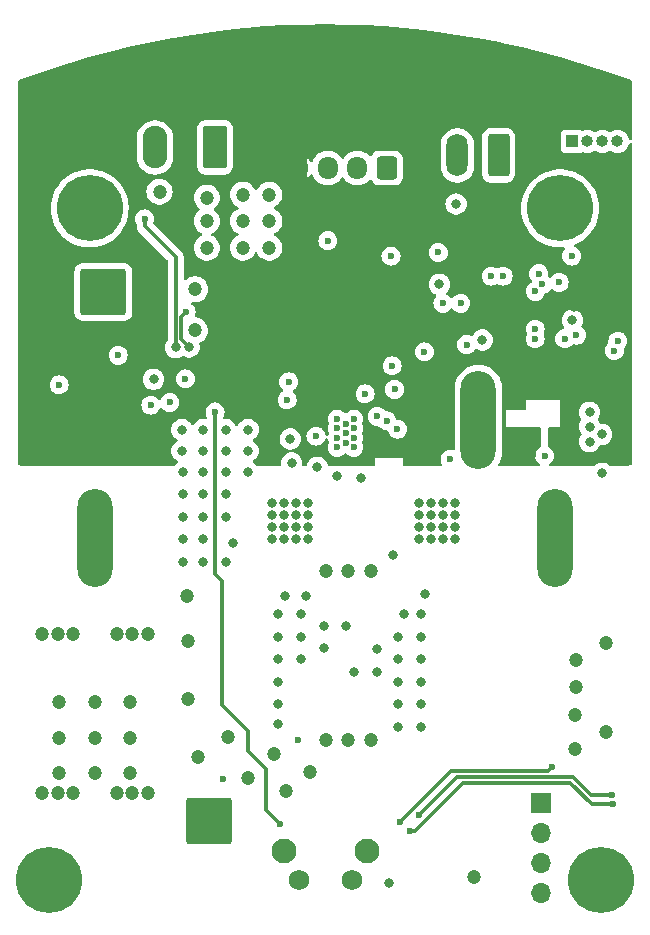
<source format=gbr>
%TF.GenerationSoftware,KiCad,Pcbnew,8.0.7*%
%TF.CreationDate,2025-01-15T16:40:05+01:00*%
%TF.ProjectId,makita-ps,6d616b69-7461-42d7-9073-2e6b69636164,1*%
%TF.SameCoordinates,Original*%
%TF.FileFunction,Copper,L3,Inr*%
%TF.FilePolarity,Positive*%
%FSLAX46Y46*%
G04 Gerber Fmt 4.6, Leading zero omitted, Abs format (unit mm)*
G04 Created by KiCad (PCBNEW 8.0.7) date 2025-01-15 16:40:05*
%MOMM*%
%LPD*%
G01*
G04 APERTURE LIST*
G04 Aperture macros list*
%AMRoundRect*
0 Rectangle with rounded corners*
0 $1 Rounding radius*
0 $2 $3 $4 $5 $6 $7 $8 $9 X,Y pos of 4 corners*
0 Add a 4 corners polygon primitive as box body*
4,1,4,$2,$3,$4,$5,$6,$7,$8,$9,$2,$3,0*
0 Add four circle primitives for the rounded corners*
1,1,$1+$1,$2,$3*
1,1,$1+$1,$4,$5*
1,1,$1+$1,$6,$7*
1,1,$1+$1,$8,$9*
0 Add four rect primitives between the rounded corners*
20,1,$1+$1,$2,$3,$4,$5,0*
20,1,$1+$1,$4,$5,$6,$7,0*
20,1,$1+$1,$6,$7,$8,$9,0*
20,1,$1+$1,$8,$9,$2,$3,0*%
G04 Aperture macros list end*
%TA.AperFunction,ComponentPad*%
%ADD10RoundRect,0.250002X-1.699998X-1.699998X1.699998X-1.699998X1.699998X1.699998X-1.699998X1.699998X0*%
%TD*%
%TA.AperFunction,ComponentPad*%
%ADD11RoundRect,0.249999X0.790001X1.550001X-0.790001X1.550001X-0.790001X-1.550001X0.790001X-1.550001X0*%
%TD*%
%TA.AperFunction,ComponentPad*%
%ADD12O,2.080000X3.600000*%
%TD*%
%TA.AperFunction,ComponentPad*%
%ADD13R,1.700000X1.700000*%
%TD*%
%TA.AperFunction,ComponentPad*%
%ADD14O,1.700000X1.700000*%
%TD*%
%TA.AperFunction,ComponentPad*%
%ADD15RoundRect,0.250000X0.650000X1.550000X-0.650000X1.550000X-0.650000X-1.550000X0.650000X-1.550000X0*%
%TD*%
%TA.AperFunction,ComponentPad*%
%ADD16O,1.800000X3.600000*%
%TD*%
%TA.AperFunction,ComponentPad*%
%ADD17RoundRect,0.250000X0.600000X0.725000X-0.600000X0.725000X-0.600000X-0.725000X0.600000X-0.725000X0*%
%TD*%
%TA.AperFunction,ComponentPad*%
%ADD18O,1.700000X1.950000*%
%TD*%
%TA.AperFunction,ComponentPad*%
%ADD19C,2.100000*%
%TD*%
%TA.AperFunction,ComponentPad*%
%ADD20C,1.750000*%
%TD*%
%TA.AperFunction,ComponentPad*%
%ADD21R,1.000000X1.000000*%
%TD*%
%TA.AperFunction,ComponentPad*%
%ADD22O,1.000000X1.000000*%
%TD*%
%TA.AperFunction,ComponentPad*%
%ADD23O,3.000000X8.300000*%
%TD*%
%TA.AperFunction,ComponentPad*%
%ADD24C,5.600000*%
%TD*%
%TA.AperFunction,ViaPad*%
%ADD25C,1.200000*%
%TD*%
%TA.AperFunction,ViaPad*%
%ADD26C,0.800000*%
%TD*%
%TA.AperFunction,ViaPad*%
%ADD27C,0.600000*%
%TD*%
%TA.AperFunction,Conductor*%
%ADD28C,0.350000*%
%TD*%
G04 APERTURE END LIST*
D10*
%TO.N,+12V*%
%TO.C,J7*%
X138437000Y-129066000D03*
%TD*%
D11*
%TO.N,PGND*%
%TO.C,J1*%
X138929000Y-72000000D03*
D12*
%TO.N,/+12V_OUT*%
X133849000Y-72000000D03*
%TD*%
D13*
%TO.N,PGND*%
%TO.C,J6*%
X166504000Y-127542000D03*
D14*
%TO.N,+3V3*%
X166504000Y-130082000D03*
%TO.N,/SCL*%
X166504000Y-132622000D03*
%TO.N,/SDA*%
X166504000Y-135162000D03*
%TD*%
D15*
%TO.N,/CAN-*%
%TO.C,J4*%
X162948000Y-72678000D03*
D16*
%TO.N,/CAN+*%
X159448000Y-72678000D03*
%TD*%
D17*
%TO.N,PGND*%
%TO.C,J3*%
X153479000Y-73750000D03*
D18*
%TO.N,/PWR_BTN*%
X150979000Y-73750000D03*
%TO.N,/AUX_R*%
X148479000Y-73750000D03*
%TO.N,+3V3*%
X145979000Y-73750000D03*
%TD*%
D10*
%TO.N,/+12V_CS*%
%TO.C,J5*%
X129479000Y-84250000D03*
%TD*%
D19*
%TO.N,*%
%TO.C,SW1*%
X151754000Y-131547500D03*
X144744000Y-131547500D03*
D20*
%TO.N,PGND*%
X150504000Y-134037500D03*
%TO.N,Net-(RN2D-R4.2)*%
X146004000Y-134037500D03*
%TD*%
D21*
%TO.N,PGND*%
%TO.C,J2*%
X169189000Y-71500000D03*
D22*
%TO.N,/~{RST}*%
X170459000Y-71500000D03*
%TO.N,/SWCLK*%
X171729000Y-71500000D03*
%TO.N,/SWDIO*%
X172999000Y-71500000D03*
%TD*%
D23*
%TO.N,VDD*%
%TO.C,BT1*%
X167729000Y-105075000D03*
%TO.N,/BT_RAW*%
X128729000Y-105075000D03*
D24*
%TO.N,PGND*%
X171624000Y-134000000D03*
X168144000Y-77156000D03*
X128314000Y-77156000D03*
X124834000Y-134000000D03*
D23*
%TO.N,Net-(BT1-PadT)*%
X161229000Y-95075000D03*
%TD*%
D25*
%TO.N,PGND*%
X125729000Y-119000000D03*
D26*
X170644200Y-95639600D03*
X159336000Y-76800000D03*
X139834000Y-101380000D03*
X139834000Y-103285000D03*
X156729000Y-109800000D03*
D25*
X124309000Y-126700000D03*
X125729000Y-122000000D03*
D26*
X156344000Y-113445000D03*
X154439000Y-115350000D03*
X156344000Y-117255000D03*
X161552000Y-88299000D03*
D27*
X149979000Y-97000000D03*
D26*
X171660200Y-96300000D03*
D25*
X128729000Y-122000000D03*
D26*
X148129000Y-112500000D03*
X156344000Y-111540000D03*
X137929000Y-105190000D03*
D25*
X143529000Y-78250000D03*
D27*
X153829000Y-81200000D03*
D25*
X133229000Y-126700000D03*
D26*
X150729000Y-116405000D03*
X136229000Y-105190000D03*
D25*
X131729000Y-125000000D03*
D26*
X139834000Y-107095000D03*
X137924000Y-97700000D03*
X144279000Y-115350000D03*
D25*
X141279000Y-78250000D03*
D26*
X136229000Y-103285000D03*
D27*
X149279000Y-97400000D03*
D25*
X125609000Y-126700000D03*
D26*
X139829000Y-97700000D03*
X154439000Y-117255000D03*
D25*
X131729000Y-119000000D03*
D27*
X149279000Y-96600000D03*
D25*
X131929000Y-126700000D03*
X125729000Y-125000000D03*
D26*
X137929000Y-103285000D03*
D25*
X141279000Y-80500000D03*
D26*
X170644200Y-94420400D03*
X137929000Y-101380000D03*
X144279000Y-111540000D03*
X144279000Y-113445000D03*
X156344000Y-121065000D03*
D25*
X143529000Y-80500000D03*
D26*
X136229000Y-107095000D03*
X171711000Y-99602000D03*
X148129000Y-114405000D03*
X145422012Y-98713000D03*
D25*
X169529000Y-115400000D03*
D26*
X156344000Y-115350000D03*
X141729000Y-97700000D03*
X139829000Y-95900000D03*
D27*
X149279000Y-95000000D03*
D25*
X169429000Y-120100000D03*
D26*
X146184000Y-115350000D03*
X170644200Y-96909600D03*
D27*
X150679000Y-95000000D03*
D26*
X144229000Y-120800000D03*
D27*
X149979000Y-95400000D03*
D26*
X146629000Y-110000000D03*
D27*
X150679000Y-96600000D03*
X125729000Y-92100000D03*
D26*
X146184000Y-113445000D03*
D25*
X169529000Y-117700000D03*
D26*
X157929000Y-83600000D03*
X139829000Y-99500000D03*
D25*
X131729000Y-122000000D03*
D26*
X146184000Y-111540000D03*
D27*
X150679000Y-95800000D03*
D25*
X143529000Y-76000000D03*
D26*
X133729000Y-91632500D03*
X137929000Y-107095000D03*
X136224000Y-99500000D03*
D25*
X130629000Y-126700000D03*
D26*
X136129000Y-95900000D03*
D27*
X150679000Y-97400000D03*
X149979000Y-96200000D03*
X149279000Y-95800000D03*
D26*
X154439000Y-113445000D03*
X154429000Y-121065000D03*
X150029000Y-112500000D03*
X144279000Y-119160000D03*
D25*
X172000000Y-114000000D03*
X128729000Y-125000000D03*
D26*
X136129000Y-97700000D03*
D25*
X172029000Y-121500000D03*
D26*
X154439000Y-119160000D03*
X137924000Y-99500000D03*
D25*
X126909000Y-126700000D03*
X169429000Y-122900000D03*
D26*
X154929000Y-111540000D03*
X144279000Y-117255000D03*
X141729000Y-95900000D03*
D25*
X128729000Y-119000000D03*
D26*
X136229000Y-101380000D03*
X152629000Y-116405000D03*
X137924000Y-95900000D03*
X152629000Y-114500000D03*
X141729000Y-99500000D03*
D25*
X141279000Y-76000000D03*
X160829000Y-133800000D03*
D26*
X156344000Y-119160000D03*
X144829000Y-110000000D03*
X169188132Y-86643846D03*
D27*
%TO.N,Net-(D2-K)*%
X158228992Y-85200000D03*
X160229000Y-88700000D03*
D26*
%TO.N,Net-(Q2-G)*%
X147581000Y-99094000D03*
X140479000Y-105500000D03*
%TO.N,AGND*%
X145295000Y-96681000D03*
D27*
X151645000Y-92871000D03*
X145168000Y-91855000D03*
X145041000Y-93379000D03*
X147479000Y-96450000D03*
X154378258Y-95858258D03*
D26*
%TO.N,Net-(Q3-G)*%
X151264000Y-99982998D03*
X153978992Y-106500000D03*
D27*
%TO.N,Net-(U3-IN-)*%
X132959000Y-78050000D03*
D26*
X135592808Y-88936192D03*
D25*
%TO.N,+12V*%
X136629000Y-113800000D03*
X140029000Y-121900000D03*
X137529000Y-123600000D03*
X136529000Y-110000000D03*
X141729000Y-125400000D03*
X136629000Y-118700000D03*
D26*
%TO.N,VDD*%
X149229000Y-99852996D03*
X159265000Y-104123200D03*
X156217000Y-104123200D03*
X157233000Y-105139200D03*
X158249000Y-103107200D03*
X156217000Y-103107200D03*
D27*
X153929000Y-90500000D03*
D26*
X157233000Y-103107200D03*
X156217000Y-105139200D03*
X157233000Y-102091200D03*
X158249000Y-104123200D03*
D27*
X158829000Y-98400000D03*
D26*
X157233000Y-104123200D03*
X158249000Y-102091200D03*
X159265000Y-102091200D03*
X159265000Y-105139200D03*
X156217000Y-102091200D03*
X158249000Y-105139200D03*
X159265000Y-103107200D03*
D27*
%TO.N,Net-(U3-IN+)*%
X136479000Y-85950016D03*
D26*
X136729000Y-88900000D03*
D25*
%TO.N,/BT_RAW*%
X133229000Y-113240000D03*
X126909000Y-113240000D03*
X124309000Y-113240000D03*
X131929000Y-113240000D03*
X125609000Y-113240000D03*
X130629000Y-113240000D03*
D27*
%TO.N,/EN_12V*%
X166029000Y-88200000D03*
X154129000Y-92490000D03*
%TO.N,/PG_12V*%
X166029000Y-87400000D03*
X156662000Y-89315000D03*
D26*
%TO.N,/SW*%
X146819000Y-104123200D03*
D25*
X148329000Y-107900000D03*
D26*
X143771000Y-103107200D03*
X143771000Y-104123200D03*
X145803000Y-105139200D03*
X146819000Y-105139200D03*
D25*
X152129000Y-107900000D03*
X150229000Y-107900000D03*
D26*
X143771000Y-102091200D03*
X144787000Y-102091200D03*
X146819000Y-103107200D03*
X145803000Y-102091200D03*
X144787000Y-104123200D03*
X145803000Y-104123200D03*
X143771000Y-105139200D03*
X146819000Y-102091200D03*
X144787000Y-103107200D03*
X144787000Y-105139200D03*
X145803000Y-103107200D03*
D25*
%TO.N,/LOUT*%
X152129000Y-122200000D03*
X146929000Y-124900000D03*
X150229000Y-122200000D03*
X144929000Y-126500000D03*
X148329000Y-122200000D03*
X143929000Y-123400000D03*
D27*
%TO.N,+3V3*%
X163929000Y-85561000D03*
D26*
X162829000Y-80425000D03*
X165869000Y-91474000D03*
X161129000Y-83600000D03*
D27*
X165869000Y-98078000D03*
D26*
X167625000Y-91474000D03*
X171711000Y-91474000D03*
X169328997Y-85499997D03*
D27*
X129729000Y-92100000D03*
D26*
X153629000Y-134300000D03*
X164599000Y-98078000D03*
X133729000Y-90125000D03*
X169534000Y-91474000D03*
D27*
%TO.N,/~{RST}*%
X168058000Y-83434519D03*
%TO.N,/SDA*%
X163321000Y-82900000D03*
X166653899Y-83572917D03*
X135104000Y-93600000D03*
%TO.N,/SCL*%
X166055285Y-84182000D03*
X162321000Y-82900000D03*
X133500385Y-93822652D03*
%TO.N,/CAN_TX*%
X157829000Y-80900000D03*
X169128998Y-81200000D03*
%TO.N,/EN_3V3*%
X166829000Y-98100000D03*
X166329000Y-82700006D03*
X159729000Y-85200000D03*
D25*
%TO.N,/+12V_OUT*%
X138229000Y-76250000D03*
X134229000Y-75750000D03*
X138229000Y-80500000D03*
X138229000Y-78250000D03*
D27*
%TO.N,/PWR_BTN*%
X138929000Y-94400000D03*
X144429000Y-129300000D03*
%TO.N,/LED_R*%
X172529000Y-126800000D03*
X172728994Y-89200000D03*
X156229000Y-128500000D03*
%TO.N,/LED_B*%
X154629000Y-129100000D03*
X167429000Y-124500000D03*
X169529000Y-87900000D03*
%TO.N,/LED_G*%
X172629000Y-127600000D03*
X173034711Y-88400000D03*
X155429000Y-129900000D03*
%TO.N,Net-(U4-VOUT)*%
X152661000Y-94776000D03*
X139568306Y-125445414D03*
%TO.N,/AUX*%
X168529000Y-88200000D03*
X148479000Y-79900000D03*
D25*
%TO.N,/+12V_CS*%
X137229000Y-84000000D03*
X137229000Y-87500000D03*
D27*
%TO.N,Net-(JP1-C)*%
X130729000Y-89600000D03*
X136429000Y-91600000D03*
%TO.N,Net-(U4-ISNS+)*%
X145929000Y-122200000D03*
X153458627Y-95160000D03*
%TD*%
D28*
%TO.N,Net-(U3-IN-)*%
X135592808Y-88936192D02*
X135592808Y-81263808D01*
X132959000Y-78630000D02*
X132959000Y-78050000D01*
X135592808Y-81263808D02*
X132959000Y-78630000D01*
%TO.N,Net-(U3-IN+)*%
X136729000Y-88900000D02*
X136072808Y-88243808D01*
X136072808Y-86356208D02*
X136479000Y-85950016D01*
X136072808Y-88243808D02*
X136072808Y-86356208D01*
%TO.N,/PWR_BTN*%
X143229000Y-128100000D02*
X143229000Y-127800000D01*
X141729000Y-123100000D02*
X141729000Y-121400000D01*
X138929000Y-108100000D02*
X138929000Y-94400000D01*
X144429000Y-129300000D02*
X143229000Y-128100000D01*
X143229000Y-124600000D02*
X141729000Y-123100000D01*
X143229000Y-127800000D02*
X143229000Y-124600000D01*
X141729000Y-121400000D02*
X139529000Y-119200000D01*
X139529000Y-119200000D02*
X139529000Y-108700000D01*
X139529000Y-108700000D02*
X138929000Y-108100000D01*
%TO.N,/LED_R*%
X159429000Y-125300000D02*
X156229000Y-128500000D01*
X170729000Y-126800000D02*
X170329000Y-126400000D01*
X169229000Y-125300000D02*
X159429000Y-125300000D01*
X172529000Y-126800000D02*
X170729000Y-126800000D01*
X170329000Y-126400000D02*
X169229000Y-125300000D01*
%TO.N,/LED_B*%
X158929000Y-124800000D02*
X154629000Y-129100000D01*
X167129000Y-124800000D02*
X158929000Y-124800000D01*
X167429000Y-124500000D02*
X167129000Y-124800000D01*
%TO.N,/LED_G*%
X155829000Y-129900000D02*
X155429000Y-129900000D01*
X170829000Y-127600000D02*
X169009000Y-125780000D01*
X172629000Y-127600000D02*
X170829000Y-127600000D01*
X169009000Y-125780000D02*
X159949000Y-125780000D01*
X159949000Y-125780000D02*
X155829000Y-129900000D01*
%TD*%
%TA.AperFunction,Conductor*%
%TO.N,+3V3*%
G36*
X149909968Y-61605962D02*
G01*
X149912698Y-61606024D01*
X151591437Y-61663757D01*
X151594133Y-61663880D01*
X153271147Y-61760070D01*
X153273885Y-61760259D01*
X154948147Y-61894846D01*
X154950886Y-61895097D01*
X156621631Y-62068016D01*
X156624444Y-62068340D01*
X158290727Y-62279494D01*
X158293496Y-62279876D01*
X159954615Y-62529175D01*
X159957295Y-62529608D01*
X161612230Y-62816902D01*
X161614980Y-62817412D01*
X163086300Y-63107711D01*
X163262840Y-63142544D01*
X163265625Y-63143126D01*
X164905670Y-63505950D01*
X164908305Y-63506565D01*
X166539614Y-63906879D01*
X166542272Y-63907564D01*
X168163995Y-64345160D01*
X168166609Y-64345897D01*
X169777831Y-64820528D01*
X169780492Y-64821344D01*
X171380430Y-65332779D01*
X171383049Y-65333649D01*
X172970846Y-65881612D01*
X172973443Y-65882542D01*
X174147628Y-66318124D01*
X174203635Y-66359896D01*
X174228168Y-66425317D01*
X174228500Y-66434382D01*
X174228500Y-71270560D01*
X174208815Y-71337599D01*
X174156011Y-71383354D01*
X174086853Y-71393298D01*
X174023297Y-71364273D01*
X173985840Y-71306556D01*
X173950803Y-71191058D01*
X173927814Y-71115273D01*
X173889704Y-71043974D01*
X173834913Y-70941467D01*
X173834909Y-70941460D01*
X173709883Y-70789116D01*
X173557539Y-70664090D01*
X173557532Y-70664086D01*
X173383733Y-70571188D01*
X173383727Y-70571186D01*
X173195132Y-70513976D01*
X173195129Y-70513975D01*
X172999000Y-70494659D01*
X172802870Y-70513975D01*
X172614266Y-70571188D01*
X172440467Y-70664086D01*
X172435399Y-70667473D01*
X172434305Y-70665836D01*
X172378337Y-70689596D01*
X172309471Y-70677795D01*
X172292843Y-70667109D01*
X172292601Y-70667473D01*
X172287532Y-70664086D01*
X172113733Y-70571188D01*
X172113727Y-70571186D01*
X171925132Y-70513976D01*
X171925129Y-70513975D01*
X171729000Y-70494659D01*
X171532870Y-70513975D01*
X171344266Y-70571188D01*
X171170467Y-70664086D01*
X171165399Y-70667473D01*
X171164305Y-70665836D01*
X171108337Y-70689596D01*
X171039471Y-70677795D01*
X171022843Y-70667109D01*
X171022601Y-70667473D01*
X171017532Y-70664086D01*
X170843733Y-70571188D01*
X170843727Y-70571186D01*
X170655132Y-70513976D01*
X170655129Y-70513975D01*
X170459000Y-70494659D01*
X170262870Y-70513975D01*
X170133462Y-70553231D01*
X170074273Y-70571186D01*
X170074272Y-70571186D01*
X170074267Y-70571188D01*
X170072143Y-70572324D01*
X170070898Y-70572583D01*
X170068641Y-70573518D01*
X170068463Y-70573089D01*
X170003740Y-70586564D01*
X169939382Y-70562231D01*
X169931331Y-70556204D01*
X169931328Y-70556202D01*
X169796482Y-70505908D01*
X169796483Y-70505908D01*
X169736883Y-70499501D01*
X169736881Y-70499500D01*
X169736873Y-70499500D01*
X169736864Y-70499500D01*
X168641129Y-70499500D01*
X168641123Y-70499501D01*
X168581516Y-70505908D01*
X168446671Y-70556202D01*
X168446664Y-70556206D01*
X168331455Y-70642452D01*
X168331452Y-70642455D01*
X168245206Y-70757664D01*
X168245202Y-70757671D01*
X168194908Y-70892517D01*
X168188501Y-70952116D01*
X168188500Y-70952135D01*
X168188500Y-72047870D01*
X168188501Y-72047876D01*
X168194908Y-72107483D01*
X168245202Y-72242328D01*
X168245206Y-72242335D01*
X168331452Y-72357544D01*
X168331455Y-72357547D01*
X168446664Y-72443793D01*
X168446671Y-72443797D01*
X168581517Y-72494091D01*
X168581516Y-72494091D01*
X168588444Y-72494835D01*
X168641127Y-72500500D01*
X169736872Y-72500499D01*
X169796483Y-72494091D01*
X169931331Y-72443796D01*
X169939379Y-72437770D01*
X170004842Y-72413351D01*
X170068474Y-72426895D01*
X170068645Y-72426483D01*
X170070875Y-72427406D01*
X170072146Y-72427677D01*
X170074273Y-72428814D01*
X170262868Y-72486024D01*
X170459000Y-72505341D01*
X170655132Y-72486024D01*
X170843727Y-72428814D01*
X171017538Y-72335910D01*
X171017544Y-72335904D01*
X171022607Y-72332523D01*
X171023703Y-72334164D01*
X171079639Y-72310405D01*
X171148507Y-72322194D01*
X171165148Y-72332888D01*
X171165393Y-72332523D01*
X171170458Y-72335907D01*
X171170462Y-72335910D01*
X171315344Y-72413351D01*
X171342147Y-72427678D01*
X171344273Y-72428814D01*
X171532868Y-72486024D01*
X171729000Y-72505341D01*
X171925132Y-72486024D01*
X172113727Y-72428814D01*
X172287538Y-72335910D01*
X172287544Y-72335904D01*
X172292607Y-72332523D01*
X172293703Y-72334164D01*
X172349639Y-72310405D01*
X172418507Y-72322194D01*
X172435148Y-72332888D01*
X172435393Y-72332523D01*
X172440458Y-72335907D01*
X172440462Y-72335910D01*
X172585344Y-72413351D01*
X172612147Y-72427678D01*
X172614273Y-72428814D01*
X172802868Y-72486024D01*
X172999000Y-72505341D01*
X173195132Y-72486024D01*
X173383727Y-72428814D01*
X173385853Y-72427678D01*
X173517060Y-72357546D01*
X173557538Y-72335910D01*
X173709883Y-72210883D01*
X173834910Y-72058538D01*
X173927814Y-71884727D01*
X173985024Y-71696132D01*
X173985024Y-71696128D01*
X173985839Y-71693443D01*
X174024137Y-71635005D01*
X174087949Y-71606548D01*
X174157016Y-71617109D01*
X174209410Y-71663333D01*
X174228500Y-71729439D01*
X174228500Y-98787117D01*
X174208815Y-98854156D01*
X174162953Y-98896475D01*
X174122456Y-98918121D01*
X174099998Y-98927424D01*
X173935775Y-98977240D01*
X173911934Y-98981982D01*
X173735061Y-98999403D01*
X173722907Y-99000000D01*
X172435907Y-99000000D01*
X172368868Y-98980315D01*
X172343757Y-98958972D01*
X172316870Y-98929111D01*
X172163734Y-98817851D01*
X172163729Y-98817848D01*
X171990807Y-98740857D01*
X171990802Y-98740855D01*
X171845001Y-98709865D01*
X171805646Y-98701500D01*
X171616354Y-98701500D01*
X171583897Y-98708398D01*
X171431197Y-98740855D01*
X171431192Y-98740857D01*
X171258270Y-98817848D01*
X171258265Y-98817851D01*
X171105129Y-98929111D01*
X171078243Y-98958972D01*
X171018756Y-98995621D01*
X170986093Y-99000000D01*
X167331680Y-99000000D01*
X167264641Y-98980315D01*
X167218886Y-98927511D01*
X167208942Y-98858353D01*
X167237967Y-98794797D01*
X167265706Y-98771007D01*
X167331262Y-98729816D01*
X167458816Y-98602262D01*
X167554789Y-98449522D01*
X167614368Y-98279255D01*
X167619668Y-98232216D01*
X167634565Y-98100003D01*
X167634565Y-98099996D01*
X167614369Y-97920750D01*
X167614368Y-97920745D01*
X167614023Y-97919759D01*
X167554789Y-97750478D01*
X167554188Y-97749522D01*
X167469431Y-97614632D01*
X167458816Y-97597738D01*
X167331262Y-97470184D01*
X167331260Y-97470182D01*
X167197027Y-97385837D01*
X167150737Y-97333502D01*
X167139000Y-97280844D01*
X167139000Y-95789000D01*
X167158685Y-95721961D01*
X167211489Y-95676206D01*
X167263000Y-95665000D01*
X168155000Y-95665000D01*
X168155000Y-94420400D01*
X169738740Y-94420400D01*
X169758526Y-94608656D01*
X169758527Y-94608659D01*
X169817018Y-94788677D01*
X169817021Y-94788684D01*
X169911666Y-94952616D01*
X169914936Y-94957116D01*
X169938415Y-95022922D01*
X169922589Y-95090976D01*
X169914936Y-95102884D01*
X169911666Y-95107383D01*
X169817021Y-95271315D01*
X169817018Y-95271322D01*
X169758807Y-95450478D01*
X169758526Y-95451344D01*
X169738740Y-95639600D01*
X169758526Y-95827856D01*
X169758527Y-95827859D01*
X169817018Y-96007877D01*
X169817021Y-96007884D01*
X169911667Y-96171816D01*
X169919284Y-96180275D01*
X169929507Y-96191630D01*
X169959735Y-96254622D01*
X169951109Y-96323957D01*
X169929507Y-96357570D01*
X169911666Y-96377385D01*
X169817021Y-96541315D01*
X169817018Y-96541322D01*
X169769457Y-96687702D01*
X169758526Y-96721344D01*
X169738740Y-96909600D01*
X169758526Y-97097856D01*
X169758527Y-97097859D01*
X169817018Y-97277877D01*
X169817021Y-97277884D01*
X169911667Y-97441816D01*
X169937210Y-97470184D01*
X170038329Y-97582488D01*
X170191465Y-97693748D01*
X170191470Y-97693751D01*
X170364392Y-97770742D01*
X170364397Y-97770744D01*
X170549554Y-97810100D01*
X170549555Y-97810100D01*
X170738844Y-97810100D01*
X170738846Y-97810100D01*
X170924003Y-97770744D01*
X171096930Y-97693751D01*
X171250071Y-97582488D01*
X171376733Y-97441816D01*
X171471379Y-97277884D01*
X171473077Y-97274071D01*
X171518324Y-97220831D01*
X171585172Y-97200506D01*
X171586359Y-97200500D01*
X171754844Y-97200500D01*
X171754846Y-97200500D01*
X171940003Y-97161144D01*
X172112930Y-97084151D01*
X172266071Y-96972888D01*
X172392733Y-96832216D01*
X172487379Y-96668284D01*
X172545874Y-96488256D01*
X172565660Y-96300000D01*
X172545874Y-96111744D01*
X172487379Y-95931716D01*
X172392733Y-95767784D01*
X172266071Y-95627112D01*
X172266070Y-95627111D01*
X172112934Y-95515851D01*
X172112929Y-95515848D01*
X171940007Y-95438857D01*
X171940002Y-95438855D01*
X171794201Y-95407865D01*
X171754846Y-95399500D01*
X171603120Y-95399500D01*
X171536081Y-95379815D01*
X171490326Y-95327011D01*
X171485189Y-95313819D01*
X171482953Y-95306940D01*
X171471379Y-95271316D01*
X171445857Y-95227111D01*
X171376735Y-95107387D01*
X171373468Y-95102891D01*
X171349985Y-95037086D01*
X171365806Y-94969031D01*
X171373468Y-94957109D01*
X171376728Y-94952621D01*
X171376733Y-94952616D01*
X171471379Y-94788684D01*
X171529874Y-94608656D01*
X171549660Y-94420400D01*
X171529874Y-94232144D01*
X171471379Y-94052116D01*
X171376733Y-93888184D01*
X171250071Y-93747512D01*
X171223935Y-93728523D01*
X171096934Y-93636251D01*
X171096929Y-93636248D01*
X170924007Y-93559257D01*
X170924002Y-93559255D01*
X170778201Y-93528265D01*
X170738846Y-93519900D01*
X170549554Y-93519900D01*
X170517097Y-93526798D01*
X170364397Y-93559255D01*
X170364392Y-93559257D01*
X170191470Y-93636248D01*
X170191465Y-93636251D01*
X170038329Y-93747511D01*
X169911666Y-93888185D01*
X169817021Y-94052115D01*
X169817018Y-94052122D01*
X169759282Y-94229816D01*
X169758526Y-94232144D01*
X169738740Y-94420400D01*
X168155000Y-94420400D01*
X168155000Y-93379000D01*
X165234000Y-93379000D01*
X165234000Y-94144000D01*
X165214315Y-94211039D01*
X165161511Y-94256794D01*
X165110000Y-94268000D01*
X163583000Y-94268000D01*
X163583000Y-95665000D01*
X166380000Y-95665000D01*
X166447039Y-95684685D01*
X166492794Y-95737489D01*
X166504000Y-95789000D01*
X166504000Y-97290270D01*
X166484315Y-97357309D01*
X166445972Y-97395264D01*
X166326737Y-97470184D01*
X166199184Y-97597737D01*
X166103211Y-97750476D01*
X166043631Y-97920745D01*
X166043630Y-97920750D01*
X166023435Y-98099996D01*
X166023435Y-98100003D01*
X166043630Y-98279249D01*
X166043631Y-98279254D01*
X166103211Y-98449523D01*
X166197449Y-98599500D01*
X166199184Y-98602262D01*
X166326738Y-98729816D01*
X166392292Y-98771006D01*
X166438583Y-98823341D01*
X166449231Y-98892394D01*
X166420856Y-98956243D01*
X166362467Y-98994615D01*
X166326320Y-99000000D01*
X163017631Y-99000000D01*
X162950592Y-98980315D01*
X162904837Y-98927511D01*
X162894893Y-98858353D01*
X162910244Y-98814000D01*
X162966910Y-98715851D01*
X163027043Y-98611697D01*
X163031399Y-98601182D01*
X163063062Y-98524740D01*
X163127398Y-98369419D01*
X163195270Y-98116116D01*
X163229500Y-97856120D01*
X163229500Y-92293880D01*
X163195270Y-92033884D01*
X163127398Y-91780581D01*
X163095939Y-91704632D01*
X163027046Y-91538309D01*
X163027041Y-91538299D01*
X162895924Y-91311196D01*
X162736281Y-91103148D01*
X162736274Y-91103140D01*
X162550860Y-90917726D01*
X162550851Y-90917718D01*
X162342803Y-90758075D01*
X162115700Y-90626958D01*
X162115690Y-90626953D01*
X161873428Y-90526605D01*
X161873421Y-90526603D01*
X161873419Y-90526602D01*
X161620116Y-90458730D01*
X161562339Y-90451123D01*
X161360127Y-90424500D01*
X161360120Y-90424500D01*
X161097880Y-90424500D01*
X161097872Y-90424500D01*
X160866772Y-90454926D01*
X160837884Y-90458730D01*
X160584581Y-90526602D01*
X160584571Y-90526605D01*
X160342309Y-90626953D01*
X160342299Y-90626958D01*
X160115196Y-90758075D01*
X159907148Y-90917718D01*
X159721718Y-91103148D01*
X159562075Y-91311196D01*
X159430958Y-91538299D01*
X159430953Y-91538309D01*
X159330605Y-91780571D01*
X159330602Y-91780581D01*
X159285335Y-91949523D01*
X159262730Y-92033885D01*
X159228500Y-92293872D01*
X159228500Y-97516936D01*
X159208815Y-97583975D01*
X159156011Y-97629730D01*
X159086853Y-97639674D01*
X159063547Y-97633978D01*
X159008260Y-97614633D01*
X159008249Y-97614630D01*
X158829004Y-97594435D01*
X158828996Y-97594435D01*
X158649750Y-97614630D01*
X158649745Y-97614631D01*
X158479476Y-97674211D01*
X158326737Y-97770184D01*
X158199184Y-97897737D01*
X158103211Y-98050476D01*
X158043631Y-98220745D01*
X158043630Y-98220750D01*
X158023435Y-98399996D01*
X158023435Y-98400003D01*
X158043630Y-98579249D01*
X158043631Y-98579254D01*
X158103211Y-98749523D01*
X158141229Y-98810028D01*
X158160229Y-98877265D01*
X158139861Y-98944100D01*
X158086593Y-98989314D01*
X158036235Y-99000000D01*
X154953000Y-99000000D01*
X154885961Y-98980315D01*
X154840206Y-98927511D01*
X154829000Y-98876000D01*
X154829000Y-98300000D01*
X152479000Y-98300000D01*
X152479000Y-98876000D01*
X152459315Y-98943039D01*
X152406511Y-98988794D01*
X152355000Y-99000000D01*
X149553460Y-99000000D01*
X149515604Y-98991943D01*
X149514982Y-98993860D01*
X149508805Y-98991853D01*
X149508803Y-98991852D01*
X149508800Y-98991851D01*
X149508799Y-98991851D01*
X149395571Y-98967784D01*
X149323646Y-98952496D01*
X149134354Y-98952496D01*
X149065897Y-98967046D01*
X148949200Y-98991851D01*
X148943018Y-98993860D01*
X148942395Y-98991943D01*
X148904540Y-99000000D01*
X148587122Y-99000000D01*
X148520083Y-98980315D01*
X148474328Y-98927511D01*
X148469132Y-98911777D01*
X148468682Y-98911924D01*
X148408181Y-98725722D01*
X148408180Y-98725721D01*
X148408179Y-98725716D01*
X148313533Y-98561784D01*
X148186871Y-98421112D01*
X148157813Y-98400000D01*
X148033734Y-98309851D01*
X148033729Y-98309848D01*
X147860807Y-98232857D01*
X147860802Y-98232855D01*
X147715001Y-98201865D01*
X147675646Y-98193500D01*
X147486354Y-98193500D01*
X147453897Y-98200398D01*
X147301197Y-98232855D01*
X147301192Y-98232857D01*
X147128270Y-98309848D01*
X147128265Y-98309851D01*
X146975129Y-98421111D01*
X146848466Y-98561785D01*
X146753821Y-98725715D01*
X146753818Y-98725722D01*
X146693318Y-98911924D01*
X146691085Y-98911198D01*
X146662971Y-98963268D01*
X146601806Y-98997041D01*
X146574878Y-99000000D01*
X146435023Y-99000000D01*
X146367984Y-98980315D01*
X146322229Y-98927511D01*
X146311702Y-98863040D01*
X146327472Y-98713000D01*
X146307686Y-98524744D01*
X146249191Y-98344716D01*
X146154545Y-98180784D01*
X146027883Y-98040112D01*
X146013712Y-98029816D01*
X145874746Y-97928851D01*
X145874741Y-97928848D01*
X145701819Y-97851857D01*
X145701814Y-97851855D01*
X145556013Y-97820865D01*
X145516658Y-97812500D01*
X145482656Y-97812500D01*
X145415617Y-97792815D01*
X145369862Y-97740011D01*
X145359918Y-97670853D01*
X145388943Y-97607297D01*
X145447721Y-97569523D01*
X145456876Y-97567210D01*
X145466380Y-97565189D01*
X145574803Y-97542144D01*
X145747730Y-97465151D01*
X145900871Y-97353888D01*
X146027533Y-97213216D01*
X146122179Y-97049284D01*
X146180674Y-96869256D01*
X146200460Y-96681000D01*
X146180674Y-96492744D01*
X146166784Y-96449996D01*
X146673435Y-96449996D01*
X146673435Y-96450003D01*
X146693630Y-96629249D01*
X146693631Y-96629254D01*
X146753211Y-96799523D01*
X146824074Y-96912300D01*
X146849184Y-96952262D01*
X146976738Y-97079816D01*
X147067080Y-97136582D01*
X147116739Y-97167785D01*
X147129478Y-97175789D01*
X147257932Y-97220737D01*
X147299745Y-97235368D01*
X147299750Y-97235369D01*
X147478996Y-97255565D01*
X147479000Y-97255565D01*
X147479004Y-97255565D01*
X147658249Y-97235369D01*
X147658252Y-97235368D01*
X147658255Y-97235368D01*
X147828522Y-97175789D01*
X147981262Y-97079816D01*
X148108816Y-96952262D01*
X148204789Y-96799522D01*
X148245571Y-96682972D01*
X148286293Y-96626197D01*
X148351245Y-96600449D01*
X148419807Y-96613905D01*
X148470210Y-96662292D01*
X148485833Y-96710043D01*
X148493630Y-96779250D01*
X148493633Y-96779262D01*
X148555510Y-96956094D01*
X148553364Y-96956844D01*
X148562962Y-97015144D01*
X148554609Y-97043590D01*
X148555510Y-97043906D01*
X148493633Y-97220737D01*
X148493630Y-97220750D01*
X148473435Y-97399996D01*
X148473435Y-97400003D01*
X148493630Y-97579249D01*
X148493631Y-97579254D01*
X148553211Y-97749523D01*
X148620191Y-97856120D01*
X148649184Y-97902262D01*
X148776738Y-98029816D01*
X148842354Y-98071045D01*
X148914083Y-98116116D01*
X148929478Y-98125789D01*
X149086645Y-98180784D01*
X149099745Y-98185368D01*
X149099750Y-98185369D01*
X149278996Y-98205565D01*
X149279000Y-98205565D01*
X149279004Y-98205565D01*
X149458249Y-98185369D01*
X149458252Y-98185368D01*
X149458255Y-98185368D01*
X149628522Y-98125789D01*
X149781262Y-98029816D01*
X149891319Y-97919759D01*
X149952642Y-97886274D01*
X150022334Y-97891258D01*
X150066681Y-97919759D01*
X150176738Y-98029816D01*
X150242354Y-98071045D01*
X150314083Y-98116116D01*
X150329478Y-98125789D01*
X150486645Y-98180784D01*
X150499745Y-98185368D01*
X150499750Y-98185369D01*
X150678996Y-98205565D01*
X150679000Y-98205565D01*
X150679004Y-98205565D01*
X150858249Y-98185369D01*
X150858252Y-98185368D01*
X150858255Y-98185368D01*
X151028522Y-98125789D01*
X151181262Y-98029816D01*
X151308816Y-97902262D01*
X151404789Y-97749522D01*
X151464368Y-97579255D01*
X151465725Y-97567210D01*
X151484565Y-97400003D01*
X151484565Y-97399996D01*
X151464369Y-97220750D01*
X151464366Y-97220737D01*
X151402489Y-97043905D01*
X151404637Y-97043153D01*
X151395035Y-96984872D01*
X151403392Y-96956411D01*
X151402489Y-96956095D01*
X151464366Y-96779262D01*
X151464369Y-96779249D01*
X151484565Y-96600003D01*
X151484565Y-96599996D01*
X151464369Y-96420750D01*
X151464366Y-96420737D01*
X151402489Y-96243905D01*
X151404637Y-96243153D01*
X151395035Y-96184872D01*
X151403392Y-96156411D01*
X151402489Y-96156095D01*
X151464366Y-95979262D01*
X151464369Y-95979249D01*
X151484565Y-95800003D01*
X151484565Y-95799996D01*
X151464369Y-95620750D01*
X151464366Y-95620737D01*
X151402489Y-95443905D01*
X151404637Y-95443153D01*
X151395035Y-95384872D01*
X151403392Y-95356411D01*
X151402489Y-95356095D01*
X151464366Y-95179262D01*
X151464369Y-95179249D01*
X151484565Y-95000003D01*
X151484565Y-94999996D01*
X151464369Y-94820750D01*
X151464368Y-94820745D01*
X151460775Y-94810476D01*
X151448710Y-94775996D01*
X151855435Y-94775996D01*
X151855435Y-94776003D01*
X151875630Y-94955249D01*
X151875631Y-94955254D01*
X151935211Y-95125523D01*
X151999044Y-95227112D01*
X152031184Y-95278262D01*
X152158738Y-95405816D01*
X152311478Y-95501789D01*
X152397022Y-95531722D01*
X152481745Y-95561368D01*
X152481750Y-95561369D01*
X152660997Y-95581565D01*
X152660999Y-95581565D01*
X152660999Y-95581564D01*
X152661000Y-95581565D01*
X152692937Y-95577966D01*
X152761758Y-95590019D01*
X152811815Y-95635213D01*
X152828811Y-95662262D01*
X152956365Y-95789816D01*
X153109105Y-95885789D01*
X153149718Y-95900000D01*
X153279372Y-95945368D01*
X153279377Y-95945369D01*
X153458624Y-95965565D01*
X153458626Y-95965565D01*
X153458626Y-95965564D01*
X153458627Y-95965565D01*
X153465308Y-95964812D01*
X153534130Y-95976865D01*
X153585510Y-96024213D01*
X153596235Y-96047077D01*
X153652467Y-96207777D01*
X153746588Y-96357570D01*
X153748442Y-96360520D01*
X153875996Y-96488074D01*
X153960730Y-96541316D01*
X154010976Y-96572888D01*
X154028736Y-96584047D01*
X154149194Y-96626197D01*
X154199003Y-96643626D01*
X154199008Y-96643627D01*
X154378254Y-96663823D01*
X154378258Y-96663823D01*
X154378262Y-96663823D01*
X154557507Y-96643627D01*
X154557510Y-96643626D01*
X154557513Y-96643626D01*
X154727780Y-96584047D01*
X154880520Y-96488074D01*
X155008074Y-96360520D01*
X155104047Y-96207780D01*
X155163626Y-96037513D01*
X155166939Y-96008111D01*
X155183823Y-95858261D01*
X155183823Y-95858254D01*
X155163627Y-95679008D01*
X155163626Y-95679003D01*
X155149838Y-95639600D01*
X155104047Y-95508736D01*
X155099681Y-95501788D01*
X155039377Y-95405815D01*
X155008074Y-95355996D01*
X154880520Y-95228442D01*
X154802251Y-95179262D01*
X154727781Y-95132469D01*
X154557512Y-95072889D01*
X154557507Y-95072888D01*
X154378262Y-95052693D01*
X154378252Y-95052693D01*
X154371565Y-95053446D01*
X154302744Y-95041387D01*
X154251368Y-94994034D01*
X154240648Y-94971180D01*
X154235075Y-94955254D01*
X154184416Y-94810478D01*
X154088443Y-94657738D01*
X153960889Y-94530184D01*
X153934696Y-94513726D01*
X153808150Y-94434211D01*
X153637881Y-94374631D01*
X153637876Y-94374630D01*
X153458631Y-94354435D01*
X153458623Y-94354435D01*
X153426686Y-94358033D01*
X153357864Y-94345978D01*
X153307810Y-94300784D01*
X153290817Y-94273740D01*
X153290815Y-94273737D01*
X153163262Y-94146184D01*
X153010523Y-94050211D01*
X152840254Y-93990631D01*
X152840249Y-93990630D01*
X152661004Y-93970435D01*
X152660996Y-93970435D01*
X152481750Y-93990630D01*
X152481745Y-93990631D01*
X152311476Y-94050211D01*
X152158737Y-94146184D01*
X152031184Y-94273737D01*
X151935211Y-94426476D01*
X151875631Y-94596745D01*
X151875630Y-94596750D01*
X151855435Y-94775996D01*
X151448710Y-94775996D01*
X151404789Y-94650478D01*
X151390801Y-94628217D01*
X151308815Y-94497737D01*
X151181262Y-94370184D01*
X151028523Y-94274211D01*
X150858254Y-94214631D01*
X150858249Y-94214630D01*
X150679004Y-94194435D01*
X150678996Y-94194435D01*
X150499750Y-94214630D01*
X150499745Y-94214631D01*
X150329476Y-94274211D01*
X150176737Y-94370184D01*
X150066681Y-94480241D01*
X150005358Y-94513726D01*
X149935666Y-94508742D01*
X149891319Y-94480241D01*
X149781262Y-94370184D01*
X149628523Y-94274211D01*
X149458254Y-94214631D01*
X149458249Y-94214630D01*
X149279004Y-94194435D01*
X149278996Y-94194435D01*
X149099750Y-94214630D01*
X149099745Y-94214631D01*
X148929476Y-94274211D01*
X148776737Y-94370184D01*
X148649184Y-94497737D01*
X148553211Y-94650476D01*
X148493631Y-94820745D01*
X148493630Y-94820750D01*
X148473435Y-94999996D01*
X148473435Y-95000003D01*
X148493630Y-95179249D01*
X148493633Y-95179262D01*
X148555510Y-95356094D01*
X148553364Y-95356844D01*
X148562962Y-95415144D01*
X148554609Y-95443590D01*
X148555510Y-95443906D01*
X148493633Y-95620737D01*
X148493630Y-95620750D01*
X148473435Y-95799996D01*
X148473435Y-95800003D01*
X148493630Y-95979249D01*
X148493633Y-95979262D01*
X148555510Y-96156094D01*
X148553364Y-96156844D01*
X148562962Y-96215144D01*
X148554608Y-96243591D01*
X148555510Y-96243907D01*
X148512427Y-96367028D01*
X148471705Y-96423803D01*
X148406752Y-96449550D01*
X148338191Y-96436093D01*
X148287788Y-96387706D01*
X148272166Y-96339954D01*
X148264369Y-96270750D01*
X148264368Y-96270745D01*
X148242336Y-96207781D01*
X148204789Y-96100478D01*
X148197109Y-96088256D01*
X148156868Y-96024213D01*
X148108816Y-95947738D01*
X147981262Y-95820184D01*
X147949144Y-95800003D01*
X147828523Y-95724211D01*
X147658254Y-95664631D01*
X147658249Y-95664630D01*
X147479004Y-95644435D01*
X147478996Y-95644435D01*
X147299750Y-95664630D01*
X147299745Y-95664631D01*
X147129476Y-95724211D01*
X146976737Y-95820184D01*
X146849184Y-95947737D01*
X146753211Y-96100476D01*
X146693631Y-96270745D01*
X146693630Y-96270750D01*
X146673435Y-96449996D01*
X146166784Y-96449996D01*
X146122179Y-96312716D01*
X146027533Y-96148784D01*
X145900871Y-96008112D01*
X145900870Y-96008111D01*
X145747734Y-95896851D01*
X145747729Y-95896848D01*
X145574807Y-95819857D01*
X145574802Y-95819855D01*
X145429001Y-95788865D01*
X145389646Y-95780500D01*
X145200354Y-95780500D01*
X145167897Y-95787398D01*
X145015197Y-95819855D01*
X145015192Y-95819857D01*
X144842270Y-95896848D01*
X144842265Y-95896851D01*
X144689129Y-96008111D01*
X144562466Y-96148785D01*
X144467821Y-96312715D01*
X144467818Y-96312722D01*
X144410843Y-96488074D01*
X144409326Y-96492744D01*
X144389540Y-96681000D01*
X144409326Y-96869256D01*
X144409327Y-96869259D01*
X144467818Y-97049277D01*
X144467821Y-97049284D01*
X144562467Y-97213216D01*
X144666678Y-97328954D01*
X144689129Y-97353888D01*
X144842265Y-97465148D01*
X144842270Y-97465151D01*
X145015192Y-97542142D01*
X145015197Y-97542144D01*
X145200354Y-97581500D01*
X145200355Y-97581500D01*
X145234356Y-97581500D01*
X145301395Y-97601185D01*
X145347150Y-97653989D01*
X145357094Y-97723147D01*
X145328069Y-97786703D01*
X145269291Y-97824477D01*
X145260136Y-97826790D01*
X145142211Y-97851855D01*
X145142204Y-97851857D01*
X144969282Y-97928848D01*
X144969277Y-97928851D01*
X144816141Y-98040111D01*
X144689478Y-98180785D01*
X144594833Y-98344715D01*
X144594830Y-98344722D01*
X144540785Y-98511057D01*
X144536338Y-98524744D01*
X144522019Y-98660982D01*
X144516626Y-98712300D01*
X144516552Y-98713000D01*
X144532321Y-98863040D01*
X144519753Y-98931768D01*
X144472020Y-98982792D01*
X144409001Y-99000000D01*
X142545749Y-99000000D01*
X142478710Y-98980315D01*
X142453599Y-98958972D01*
X142334870Y-98827111D01*
X142181734Y-98715851D01*
X142181731Y-98715850D01*
X142181730Y-98715849D01*
X142175957Y-98713279D01*
X142122721Y-98668031D01*
X142102399Y-98601182D01*
X142121443Y-98533958D01*
X142173809Y-98487702D01*
X142175920Y-98486737D01*
X142181730Y-98484151D01*
X142334871Y-98372888D01*
X142461533Y-98232216D01*
X142556179Y-98068284D01*
X142614674Y-97888256D01*
X142634460Y-97700000D01*
X142614674Y-97511744D01*
X142556179Y-97331716D01*
X142461533Y-97167784D01*
X142334871Y-97027112D01*
X142334870Y-97027111D01*
X142181734Y-96915851D01*
X142181731Y-96915850D01*
X142181730Y-96915849D01*
X142175957Y-96913279D01*
X142122721Y-96868031D01*
X142102399Y-96801182D01*
X142121443Y-96733958D01*
X142173809Y-96687702D01*
X142175920Y-96686737D01*
X142181730Y-96684151D01*
X142334871Y-96572888D01*
X142461533Y-96432216D01*
X142556179Y-96268284D01*
X142614674Y-96088256D01*
X142634460Y-95900000D01*
X142614674Y-95711744D01*
X142556179Y-95531716D01*
X142461533Y-95367784D01*
X142334871Y-95227112D01*
X142334870Y-95227111D01*
X142181734Y-95115851D01*
X142181729Y-95115848D01*
X142008807Y-95038857D01*
X142008802Y-95038855D01*
X141826012Y-95000003D01*
X141823646Y-94999500D01*
X141634354Y-94999500D01*
X141631988Y-95000003D01*
X141449197Y-95038855D01*
X141449192Y-95038857D01*
X141276270Y-95115848D01*
X141276265Y-95115851D01*
X141123129Y-95227111D01*
X140996466Y-95367785D01*
X140901821Y-95531715D01*
X140901820Y-95531717D01*
X140896931Y-95546766D01*
X140857492Y-95604440D01*
X140793133Y-95631638D01*
X140724287Y-95619723D01*
X140672812Y-95572478D01*
X140661069Y-95546766D01*
X140656179Y-95531717D01*
X140656178Y-95531715D01*
X140647018Y-95515849D01*
X140561533Y-95367784D01*
X140434871Y-95227112D01*
X140434870Y-95227111D01*
X140281734Y-95115851D01*
X140281729Y-95115848D01*
X140108807Y-95038857D01*
X140108802Y-95038855D01*
X139926012Y-95000003D01*
X139923646Y-94999500D01*
X139734354Y-94999500D01*
X139728500Y-94999500D01*
X139661461Y-94979815D01*
X139615706Y-94927011D01*
X139604500Y-94875500D01*
X139604500Y-94865280D01*
X139623507Y-94799307D01*
X139654788Y-94749524D01*
X139654789Y-94749522D01*
X139714368Y-94579255D01*
X139719897Y-94530184D01*
X139734565Y-94400003D01*
X139734565Y-94399996D01*
X139714369Y-94220750D01*
X139714368Y-94220745D01*
X139687514Y-94144000D01*
X139654789Y-94050478D01*
X139653055Y-94047719D01*
X139558815Y-93897737D01*
X139431262Y-93770184D01*
X139278523Y-93674211D01*
X139108254Y-93614631D01*
X139108249Y-93614630D01*
X138929004Y-93594435D01*
X138928996Y-93594435D01*
X138749750Y-93614630D01*
X138749745Y-93614631D01*
X138579476Y-93674211D01*
X138426737Y-93770184D01*
X138299184Y-93897737D01*
X138203211Y-94050476D01*
X138143631Y-94220745D01*
X138143630Y-94220750D01*
X138123435Y-94399996D01*
X138123435Y-94400003D01*
X138143630Y-94579249D01*
X138143631Y-94579254D01*
X138203211Y-94749524D01*
X138234493Y-94799307D01*
X138253500Y-94865280D01*
X138253500Y-94896292D01*
X138233815Y-94963331D01*
X138181011Y-95009086D01*
X138111853Y-95019030D01*
X138103723Y-95017583D01*
X138018646Y-94999500D01*
X137829354Y-94999500D01*
X137826988Y-95000003D01*
X137644197Y-95038855D01*
X137644192Y-95038857D01*
X137471270Y-95115848D01*
X137471265Y-95115851D01*
X137318129Y-95227111D01*
X137191465Y-95367785D01*
X137133887Y-95467515D01*
X137083320Y-95515731D01*
X137014713Y-95528954D01*
X136949848Y-95502986D01*
X136919113Y-95467515D01*
X136861534Y-95367785D01*
X136774669Y-95271312D01*
X136734871Y-95227112D01*
X136734870Y-95227111D01*
X136581734Y-95115851D01*
X136581729Y-95115848D01*
X136408807Y-95038857D01*
X136408802Y-95038855D01*
X136226012Y-95000003D01*
X136223646Y-94999500D01*
X136034354Y-94999500D01*
X136031988Y-95000003D01*
X135849197Y-95038855D01*
X135849192Y-95038857D01*
X135676270Y-95115848D01*
X135676265Y-95115851D01*
X135523129Y-95227111D01*
X135396466Y-95367785D01*
X135301821Y-95531715D01*
X135301818Y-95531722D01*
X135252118Y-95684685D01*
X135243326Y-95711744D01*
X135223540Y-95900000D01*
X135243326Y-96088256D01*
X135243327Y-96088259D01*
X135301818Y-96268277D01*
X135301821Y-96268284D01*
X135396467Y-96432216D01*
X135494707Y-96541322D01*
X135523129Y-96572888D01*
X135676265Y-96684148D01*
X135676267Y-96684149D01*
X135676270Y-96684151D01*
X135682043Y-96686721D01*
X135735280Y-96731972D01*
X135755600Y-96798822D01*
X135736554Y-96866045D01*
X135684187Y-96912300D01*
X135682072Y-96913265D01*
X135679151Y-96914566D01*
X135676267Y-96915850D01*
X135676265Y-96915851D01*
X135523129Y-97027111D01*
X135396466Y-97167785D01*
X135301821Y-97331715D01*
X135301818Y-97331722D01*
X135243327Y-97511740D01*
X135243326Y-97511744D01*
X135223540Y-97700000D01*
X135243326Y-97888256D01*
X135243327Y-97888259D01*
X135301818Y-98068277D01*
X135301821Y-98068284D01*
X135396467Y-98232216D01*
X135520014Y-98369428D01*
X135523129Y-98372888D01*
X135676265Y-98484148D01*
X135676270Y-98484151D01*
X135736701Y-98511057D01*
X135789938Y-98556307D01*
X135810259Y-98623156D01*
X135791213Y-98690380D01*
X135759150Y-98724654D01*
X135618129Y-98827111D01*
X135499401Y-98958972D01*
X135439914Y-98995621D01*
X135407251Y-99000000D01*
X122730587Y-99000000D01*
X122718432Y-98999403D01*
X122541542Y-98981979D01*
X122517698Y-98977235D01*
X122353462Y-98927409D01*
X122331005Y-98918107D01*
X122300863Y-98901994D01*
X122290424Y-98896414D01*
X122240582Y-98847451D01*
X122224881Y-98787043D01*
X122225580Y-93822648D01*
X132694820Y-93822648D01*
X132694820Y-93822655D01*
X132715015Y-94001901D01*
X132715016Y-94001906D01*
X132774596Y-94172175D01*
X132838412Y-94273737D01*
X132870569Y-94324914D01*
X132998123Y-94452468D01*
X133150863Y-94548441D01*
X133288908Y-94596745D01*
X133321130Y-94608020D01*
X133321135Y-94608021D01*
X133500381Y-94628217D01*
X133500385Y-94628217D01*
X133500389Y-94628217D01*
X133679634Y-94608021D01*
X133679637Y-94608020D01*
X133679640Y-94608020D01*
X133849907Y-94548441D01*
X134002647Y-94452468D01*
X134130201Y-94324914D01*
X134226174Y-94172174D01*
X134245555Y-94116787D01*
X134286277Y-94060010D01*
X134351230Y-94034263D01*
X134419791Y-94047719D01*
X134467590Y-94091769D01*
X134474179Y-94102256D01*
X134474184Y-94102262D01*
X134601738Y-94229816D01*
X134754478Y-94325789D01*
X134894063Y-94374632D01*
X134924745Y-94385368D01*
X134924750Y-94385369D01*
X135103996Y-94405565D01*
X135104000Y-94405565D01*
X135104004Y-94405565D01*
X135283249Y-94385369D01*
X135283252Y-94385368D01*
X135283255Y-94385368D01*
X135453522Y-94325789D01*
X135606262Y-94229816D01*
X135733816Y-94102262D01*
X135829789Y-93949522D01*
X135889368Y-93779255D01*
X135895084Y-93728523D01*
X135909565Y-93600003D01*
X135909565Y-93599996D01*
X135889369Y-93420750D01*
X135889368Y-93420745D01*
X135874759Y-93378996D01*
X144235435Y-93378996D01*
X144235435Y-93379000D01*
X144255630Y-93558249D01*
X144255631Y-93558254D01*
X144315211Y-93728523D01*
X144374354Y-93822648D01*
X144411184Y-93881262D01*
X144538738Y-94008816D01*
X144607659Y-94052122D01*
X144687446Y-94102256D01*
X144691478Y-94104789D01*
X144803537Y-94144000D01*
X144861745Y-94164368D01*
X144861750Y-94164369D01*
X145040996Y-94184565D01*
X145041000Y-94184565D01*
X145041004Y-94184565D01*
X145220249Y-94164369D01*
X145220252Y-94164368D01*
X145220255Y-94164368D01*
X145390522Y-94104789D01*
X145543262Y-94008816D01*
X145670816Y-93881262D01*
X145766789Y-93728522D01*
X145826368Y-93558255D01*
X145835960Y-93473128D01*
X145846565Y-93379000D01*
X145846565Y-93378996D01*
X145826369Y-93199750D01*
X145826368Y-93199745D01*
X145823950Y-93192836D01*
X145766789Y-93029478D01*
X145670816Y-92876738D01*
X145665074Y-92870996D01*
X150839435Y-92870996D01*
X150839435Y-92871003D01*
X150859630Y-93050249D01*
X150859631Y-93050254D01*
X150919211Y-93220523D01*
X150981962Y-93320390D01*
X151015184Y-93373262D01*
X151142738Y-93500816D01*
X151173110Y-93519900D01*
X151291731Y-93594435D01*
X151295478Y-93596789D01*
X151408248Y-93636249D01*
X151465745Y-93656368D01*
X151465750Y-93656369D01*
X151644996Y-93676565D01*
X151645000Y-93676565D01*
X151645004Y-93676565D01*
X151824249Y-93656369D01*
X151824252Y-93656368D01*
X151824255Y-93656368D01*
X151994522Y-93596789D01*
X152147262Y-93500816D01*
X152274816Y-93373262D01*
X152370789Y-93220522D01*
X152430368Y-93050255D01*
X152430369Y-93050249D01*
X152450565Y-92871003D01*
X152450565Y-92870996D01*
X152430369Y-92691750D01*
X152430368Y-92691745D01*
X152411988Y-92639219D01*
X152370789Y-92521478D01*
X152353298Y-92493642D01*
X152351007Y-92489996D01*
X153323435Y-92489996D01*
X153323435Y-92490003D01*
X153343630Y-92669249D01*
X153343631Y-92669254D01*
X153403211Y-92839523D01*
X153485311Y-92970184D01*
X153499184Y-92992262D01*
X153626738Y-93119816D01*
X153717080Y-93176582D01*
X153742948Y-93192836D01*
X153779478Y-93215789D01*
X153949745Y-93275368D01*
X153949750Y-93275369D01*
X154128996Y-93295565D01*
X154129000Y-93295565D01*
X154129004Y-93295565D01*
X154308249Y-93275369D01*
X154308252Y-93275368D01*
X154308255Y-93275368D01*
X154478522Y-93215789D01*
X154631262Y-93119816D01*
X154758816Y-92992262D01*
X154854789Y-92839522D01*
X154914368Y-92669255D01*
X154916176Y-92653211D01*
X154934565Y-92490003D01*
X154934565Y-92489996D01*
X154914369Y-92310750D01*
X154914368Y-92310745D01*
X154854789Y-92140478D01*
X154829352Y-92099996D01*
X154807636Y-92065435D01*
X154758816Y-91987738D01*
X154631262Y-91860184D01*
X154478523Y-91764211D01*
X154308254Y-91704631D01*
X154308249Y-91704630D01*
X154129004Y-91684435D01*
X154128996Y-91684435D01*
X153949750Y-91704630D01*
X153949745Y-91704631D01*
X153779476Y-91764211D01*
X153626737Y-91860184D01*
X153499184Y-91987737D01*
X153403211Y-92140476D01*
X153343631Y-92310745D01*
X153343630Y-92310750D01*
X153323435Y-92489996D01*
X152351007Y-92489996D01*
X152274815Y-92368737D01*
X152147262Y-92241184D01*
X151994523Y-92145211D01*
X151824254Y-92085631D01*
X151824249Y-92085630D01*
X151645004Y-92065435D01*
X151644996Y-92065435D01*
X151465750Y-92085630D01*
X151465745Y-92085631D01*
X151295476Y-92145211D01*
X151142737Y-92241184D01*
X151015184Y-92368737D01*
X150919211Y-92521476D01*
X150859631Y-92691745D01*
X150859630Y-92691750D01*
X150839435Y-92870996D01*
X145665074Y-92870996D01*
X145543262Y-92749184D01*
X145539863Y-92745785D01*
X145506378Y-92684462D01*
X145511362Y-92614770D01*
X145553234Y-92558837D01*
X145561563Y-92553116D01*
X145670262Y-92484816D01*
X145797816Y-92357262D01*
X145893789Y-92204522D01*
X145953368Y-92034255D01*
X145953410Y-92033884D01*
X145973565Y-91855003D01*
X145973565Y-91854996D01*
X145953369Y-91675750D01*
X145953368Y-91675745D01*
X145905275Y-91538303D01*
X145893789Y-91505478D01*
X145797816Y-91352738D01*
X145670262Y-91225184D01*
X145517523Y-91129211D01*
X145347254Y-91069631D01*
X145347249Y-91069630D01*
X145168004Y-91049435D01*
X145167996Y-91049435D01*
X144988750Y-91069630D01*
X144988745Y-91069631D01*
X144818476Y-91129211D01*
X144665737Y-91225184D01*
X144538184Y-91352737D01*
X144442211Y-91505476D01*
X144382631Y-91675745D01*
X144382630Y-91675750D01*
X144362435Y-91854996D01*
X144362435Y-91855003D01*
X144382630Y-92034249D01*
X144382631Y-92034254D01*
X144442211Y-92204523D01*
X144538184Y-92357262D01*
X144669136Y-92488214D01*
X144702621Y-92549537D01*
X144697637Y-92619229D01*
X144655765Y-92675162D01*
X144647428Y-92680888D01*
X144538740Y-92749182D01*
X144538737Y-92749184D01*
X144411184Y-92876737D01*
X144315211Y-93029476D01*
X144255631Y-93199745D01*
X144255630Y-93199750D01*
X144235435Y-93378996D01*
X135874759Y-93378996D01*
X135849170Y-93305867D01*
X135829789Y-93250478D01*
X135810966Y-93220522D01*
X135790582Y-93188080D01*
X135733816Y-93097738D01*
X135606262Y-92970184D01*
X135503422Y-92905565D01*
X135453523Y-92874211D01*
X135283254Y-92814631D01*
X135283249Y-92814630D01*
X135104004Y-92794435D01*
X135103996Y-92794435D01*
X134924750Y-92814630D01*
X134924745Y-92814631D01*
X134754476Y-92874211D01*
X134601737Y-92970184D01*
X134474184Y-93097737D01*
X134378210Y-93250478D01*
X134358828Y-93305867D01*
X134318105Y-93362642D01*
X134253152Y-93388388D01*
X134184591Y-93374931D01*
X134136794Y-93330883D01*
X134130201Y-93320390D01*
X134002647Y-93192836D01*
X133849908Y-93096863D01*
X133679639Y-93037283D01*
X133679634Y-93037282D01*
X133500389Y-93017087D01*
X133500381Y-93017087D01*
X133321135Y-93037282D01*
X133321130Y-93037283D01*
X133150861Y-93096863D01*
X132998122Y-93192836D01*
X132870569Y-93320389D01*
X132774596Y-93473128D01*
X132715016Y-93643397D01*
X132715015Y-93643402D01*
X132694820Y-93822648D01*
X122225580Y-93822648D01*
X122225823Y-92099996D01*
X124923435Y-92099996D01*
X124923435Y-92100003D01*
X124943630Y-92279249D01*
X124943631Y-92279254D01*
X125003211Y-92449523D01*
X125068300Y-92553110D01*
X125099184Y-92602262D01*
X125226738Y-92729816D01*
X125257559Y-92749182D01*
X125361721Y-92814632D01*
X125379478Y-92825789D01*
X125418725Y-92839522D01*
X125549745Y-92885368D01*
X125549750Y-92885369D01*
X125728996Y-92905565D01*
X125729000Y-92905565D01*
X125729004Y-92905565D01*
X125908249Y-92885369D01*
X125908252Y-92885368D01*
X125908255Y-92885368D01*
X126078522Y-92825789D01*
X126231262Y-92729816D01*
X126358816Y-92602262D01*
X126454789Y-92449522D01*
X126514368Y-92279255D01*
X126518658Y-92241184D01*
X126534565Y-92100003D01*
X126534565Y-92099996D01*
X126514369Y-91920750D01*
X126514368Y-91920745D01*
X126465319Y-91780571D01*
X126454789Y-91750478D01*
X126380658Y-91632500D01*
X132823540Y-91632500D01*
X132843326Y-91820756D01*
X132843327Y-91820759D01*
X132901818Y-92000777D01*
X132901821Y-92000784D01*
X132996467Y-92164716D01*
X133099593Y-92279249D01*
X133123129Y-92305388D01*
X133276265Y-92416648D01*
X133276270Y-92416651D01*
X133449192Y-92493642D01*
X133449197Y-92493644D01*
X133634354Y-92533000D01*
X133634355Y-92533000D01*
X133823644Y-92533000D01*
X133823646Y-92533000D01*
X134008803Y-92493644D01*
X134181730Y-92416651D01*
X134334871Y-92305388D01*
X134461533Y-92164716D01*
X134556179Y-92000784D01*
X134614674Y-91820756D01*
X134634460Y-91632500D01*
X134631044Y-91599996D01*
X135623435Y-91599996D01*
X135623435Y-91600003D01*
X135643630Y-91779249D01*
X135643631Y-91779254D01*
X135703211Y-91949523D01*
X135756452Y-92034255D01*
X135799184Y-92102262D01*
X135926738Y-92229816D01*
X136005410Y-92279249D01*
X136055543Y-92310750D01*
X136079478Y-92325789D01*
X136202219Y-92368738D01*
X136249745Y-92385368D01*
X136249750Y-92385369D01*
X136428996Y-92405565D01*
X136429000Y-92405565D01*
X136429004Y-92405565D01*
X136608249Y-92385369D01*
X136608252Y-92385368D01*
X136608255Y-92385368D01*
X136778522Y-92325789D01*
X136931262Y-92229816D01*
X137058816Y-92102262D01*
X137154789Y-91949522D01*
X137214368Y-91779255D01*
X137216063Y-91764211D01*
X137234565Y-91600003D01*
X137234565Y-91599996D01*
X137214369Y-91420750D01*
X137214368Y-91420745D01*
X137166998Y-91285369D01*
X137154789Y-91250478D01*
X137058816Y-91097738D01*
X136931262Y-90970184D01*
X136847763Y-90917718D01*
X136778523Y-90874211D01*
X136608254Y-90814631D01*
X136608249Y-90814630D01*
X136429004Y-90794435D01*
X136428996Y-90794435D01*
X136249750Y-90814630D01*
X136249745Y-90814631D01*
X136079476Y-90874211D01*
X135926737Y-90970184D01*
X135799184Y-91097737D01*
X135703211Y-91250476D01*
X135643631Y-91420745D01*
X135643630Y-91420750D01*
X135623435Y-91599996D01*
X134631044Y-91599996D01*
X134614674Y-91444244D01*
X134556179Y-91264216D01*
X134461533Y-91100284D01*
X134334871Y-90959612D01*
X134277209Y-90917718D01*
X134181734Y-90848351D01*
X134181729Y-90848348D01*
X134008807Y-90771357D01*
X134008802Y-90771355D01*
X133863001Y-90740365D01*
X133823646Y-90732000D01*
X133634354Y-90732000D01*
X133601897Y-90738898D01*
X133449197Y-90771355D01*
X133449192Y-90771357D01*
X133276270Y-90848348D01*
X133276265Y-90848351D01*
X133123129Y-90959611D01*
X132996466Y-91100285D01*
X132901821Y-91264215D01*
X132901818Y-91264222D01*
X132843327Y-91444240D01*
X132843326Y-91444244D01*
X132823540Y-91632500D01*
X126380658Y-91632500D01*
X126358816Y-91597738D01*
X126231262Y-91470184D01*
X126189979Y-91444244D01*
X126078523Y-91374211D01*
X125908254Y-91314631D01*
X125908249Y-91314630D01*
X125729004Y-91294435D01*
X125728996Y-91294435D01*
X125549750Y-91314630D01*
X125549745Y-91314631D01*
X125379476Y-91374211D01*
X125226737Y-91470184D01*
X125099184Y-91597737D01*
X125003211Y-91750476D01*
X124943631Y-91920745D01*
X124943630Y-91920750D01*
X124923435Y-92099996D01*
X122225823Y-92099996D01*
X122226048Y-90499996D01*
X153123435Y-90499996D01*
X153123435Y-90500003D01*
X153143630Y-90679249D01*
X153143631Y-90679254D01*
X153203211Y-90849523D01*
X153272385Y-90959612D01*
X153299184Y-91002262D01*
X153426738Y-91129816D01*
X153579478Y-91225789D01*
X153749745Y-91285368D01*
X153749750Y-91285369D01*
X153928996Y-91305565D01*
X153929000Y-91305565D01*
X153929004Y-91305565D01*
X154108249Y-91285369D01*
X154108252Y-91285368D01*
X154108255Y-91285368D01*
X154278522Y-91225789D01*
X154431262Y-91129816D01*
X154558816Y-91002262D01*
X154654789Y-90849522D01*
X154714368Y-90679255D01*
X154714369Y-90679249D01*
X154734565Y-90500003D01*
X154734565Y-90499996D01*
X154714369Y-90320750D01*
X154714368Y-90320745D01*
X154654789Y-90150478D01*
X154635993Y-90120565D01*
X154558815Y-89997737D01*
X154431262Y-89870184D01*
X154278523Y-89774211D01*
X154108254Y-89714631D01*
X154108249Y-89714630D01*
X153929004Y-89694435D01*
X153928996Y-89694435D01*
X153749750Y-89714630D01*
X153749745Y-89714631D01*
X153579476Y-89774211D01*
X153426737Y-89870184D01*
X153299184Y-89997737D01*
X153203211Y-90150476D01*
X153143631Y-90320745D01*
X153143630Y-90320750D01*
X153123435Y-90499996D01*
X122226048Y-90499996D01*
X122226175Y-89599996D01*
X129923435Y-89599996D01*
X129923435Y-89600003D01*
X129943630Y-89779249D01*
X129943631Y-89779254D01*
X130003211Y-89949523D01*
X130033507Y-89997738D01*
X130099184Y-90102262D01*
X130226738Y-90229816D01*
X130317080Y-90286582D01*
X130371450Y-90320745D01*
X130379478Y-90325789D01*
X130549745Y-90385368D01*
X130549750Y-90385369D01*
X130728996Y-90405565D01*
X130729000Y-90405565D01*
X130729004Y-90405565D01*
X130908249Y-90385369D01*
X130908252Y-90385368D01*
X130908255Y-90385368D01*
X131078522Y-90325789D01*
X131231262Y-90229816D01*
X131358816Y-90102262D01*
X131454789Y-89949522D01*
X131514368Y-89779255D01*
X131514369Y-89779249D01*
X131534565Y-89600003D01*
X131534565Y-89599996D01*
X131514369Y-89420750D01*
X131514368Y-89420745D01*
X131499848Y-89379249D01*
X131454789Y-89250478D01*
X131358816Y-89097738D01*
X131231262Y-88970184D01*
X131078523Y-88874211D01*
X130908254Y-88814631D01*
X130908249Y-88814630D01*
X130729004Y-88794435D01*
X130728996Y-88794435D01*
X130549750Y-88814630D01*
X130549745Y-88814631D01*
X130379476Y-88874211D01*
X130226737Y-88970184D01*
X130099184Y-89097737D01*
X130003211Y-89250476D01*
X129943631Y-89420745D01*
X129943630Y-89420750D01*
X129923435Y-89599996D01*
X122226175Y-89599996D01*
X122227175Y-82499985D01*
X127028500Y-82499985D01*
X127028500Y-85999999D01*
X127028501Y-86000016D01*
X127039000Y-86102795D01*
X127039001Y-86102798D01*
X127047775Y-86129275D01*
X127094186Y-86269333D01*
X127186289Y-86418655D01*
X127310345Y-86542711D01*
X127459667Y-86634814D01*
X127626204Y-86689999D01*
X127728993Y-86700500D01*
X131229006Y-86700499D01*
X131331796Y-86689999D01*
X131498333Y-86634814D01*
X131647655Y-86542711D01*
X131771711Y-86418655D01*
X131863814Y-86269333D01*
X131918999Y-86102796D01*
X131929500Y-86000007D01*
X131929499Y-82499994D01*
X131918999Y-82397204D01*
X131863814Y-82230667D01*
X131771711Y-82081345D01*
X131647655Y-81957289D01*
X131498333Y-81865186D01*
X131331796Y-81810001D01*
X131331794Y-81810000D01*
X131229008Y-81799500D01*
X127729000Y-81799500D01*
X127728983Y-81799501D01*
X127626204Y-81810000D01*
X127626201Y-81810001D01*
X127459669Y-81865185D01*
X127459664Y-81865187D01*
X127310343Y-81957290D01*
X127186290Y-82081343D01*
X127094187Y-82230664D01*
X127094185Y-82230669D01*
X127081091Y-82270184D01*
X127039001Y-82397204D01*
X127039001Y-82397205D01*
X127039000Y-82397205D01*
X127028500Y-82499985D01*
X122227175Y-82499985D01*
X122227928Y-77155997D01*
X125008652Y-77155997D01*
X125008652Y-77156002D01*
X125028028Y-77513368D01*
X125028029Y-77513385D01*
X125085926Y-77866539D01*
X125085932Y-77866565D01*
X125181672Y-78211392D01*
X125181674Y-78211399D01*
X125314142Y-78543870D01*
X125314151Y-78543888D01*
X125481784Y-78860077D01*
X125481787Y-78860082D01*
X125481789Y-78860085D01*
X125666138Y-79131980D01*
X125682634Y-79156309D01*
X125682641Y-79156319D01*
X125887704Y-79397737D01*
X125914332Y-79429086D01*
X126174163Y-79675211D01*
X126459081Y-79891800D01*
X126765747Y-80076315D01*
X126765749Y-80076316D01*
X126765751Y-80076317D01*
X126765755Y-80076319D01*
X126977347Y-80174211D01*
X127090565Y-80226591D01*
X127429726Y-80340868D01*
X127779254Y-80417805D01*
X128135052Y-80456500D01*
X128135058Y-80456500D01*
X128492942Y-80456500D01*
X128492948Y-80456500D01*
X128848746Y-80417805D01*
X129198274Y-80340868D01*
X129537435Y-80226591D01*
X129862253Y-80076315D01*
X130168919Y-79891800D01*
X130453837Y-79675211D01*
X130713668Y-79429086D01*
X130945365Y-79156311D01*
X131146211Y-78860085D01*
X131313853Y-78543880D01*
X131446324Y-78211403D01*
X131491138Y-78049996D01*
X132153435Y-78049996D01*
X132153435Y-78050003D01*
X132173630Y-78229249D01*
X132173631Y-78229254D01*
X132233211Y-78399524D01*
X132264493Y-78449307D01*
X132283500Y-78515280D01*
X132283500Y-78696535D01*
X132309457Y-78827028D01*
X132309459Y-78827036D01*
X132360378Y-78949965D01*
X132360383Y-78949975D01*
X132434304Y-79060605D01*
X132434307Y-79060609D01*
X134880989Y-81507290D01*
X134914474Y-81568613D01*
X134917308Y-81594971D01*
X134917308Y-88293034D01*
X134897623Y-88360073D01*
X134885458Y-88376006D01*
X134860278Y-88403970D01*
X134860273Y-88403977D01*
X134765629Y-88567907D01*
X134765626Y-88567914D01*
X134707135Y-88747932D01*
X134707134Y-88747936D01*
X134687348Y-88936192D01*
X134707134Y-89124448D01*
X134707135Y-89124451D01*
X134765626Y-89304469D01*
X134765629Y-89304476D01*
X134860275Y-89468408D01*
X134978758Y-89599996D01*
X134986937Y-89609080D01*
X135140073Y-89720340D01*
X135140078Y-89720343D01*
X135313000Y-89797334D01*
X135313005Y-89797336D01*
X135498162Y-89836692D01*
X135498163Y-89836692D01*
X135687452Y-89836692D01*
X135687454Y-89836692D01*
X135872611Y-89797336D01*
X136045538Y-89720343D01*
X136112924Y-89671383D01*
X136178730Y-89647903D01*
X136246784Y-89663728D01*
X136258694Y-89671382D01*
X136276266Y-89684148D01*
X136276270Y-89684151D01*
X136449192Y-89761142D01*
X136449197Y-89761144D01*
X136634354Y-89800500D01*
X136634355Y-89800500D01*
X136823644Y-89800500D01*
X136823646Y-89800500D01*
X137008803Y-89761144D01*
X137181730Y-89684151D01*
X137334871Y-89572888D01*
X137461533Y-89432216D01*
X137529210Y-89314996D01*
X155856435Y-89314996D01*
X155856435Y-89315003D01*
X155876630Y-89494249D01*
X155876631Y-89494254D01*
X155936211Y-89664523D01*
X156019662Y-89797334D01*
X156032184Y-89817262D01*
X156159738Y-89944816D01*
X156312478Y-90040789D01*
X156482745Y-90100368D01*
X156482750Y-90100369D01*
X156661996Y-90120565D01*
X156662000Y-90120565D01*
X156662004Y-90120565D01*
X156841249Y-90100369D01*
X156841252Y-90100368D01*
X156841255Y-90100368D01*
X157011522Y-90040789D01*
X157164262Y-89944816D01*
X157291816Y-89817262D01*
X157387789Y-89664522D01*
X157447368Y-89494255D01*
X157447369Y-89494249D01*
X157467565Y-89315003D01*
X157467565Y-89314996D01*
X157447369Y-89135750D01*
X157447368Y-89135745D01*
X157430751Y-89088256D01*
X157387789Y-88965478D01*
X157369387Y-88936192D01*
X157330442Y-88874211D01*
X157291816Y-88812738D01*
X157179074Y-88699996D01*
X159423435Y-88699996D01*
X159423435Y-88700003D01*
X159443630Y-88879249D01*
X159443631Y-88879254D01*
X159503211Y-89049523D01*
X159572718Y-89160142D01*
X159599184Y-89202262D01*
X159726738Y-89329816D01*
X159805410Y-89379249D01*
X159871450Y-89420745D01*
X159879478Y-89425789D01*
X160001276Y-89468408D01*
X160049745Y-89485368D01*
X160049750Y-89485369D01*
X160228996Y-89505565D01*
X160229000Y-89505565D01*
X160229004Y-89505565D01*
X160408249Y-89485369D01*
X160408252Y-89485368D01*
X160408255Y-89485368D01*
X160578522Y-89425789D01*
X160731262Y-89329816D01*
X160858816Y-89202262D01*
X160860240Y-89199996D01*
X171923429Y-89199996D01*
X171923429Y-89200003D01*
X171943624Y-89379249D01*
X171943625Y-89379254D01*
X172003205Y-89549523D01*
X172046502Y-89618429D01*
X172099178Y-89702262D01*
X172226732Y-89829816D01*
X172379472Y-89925789D01*
X172447300Y-89949523D01*
X172549739Y-89985368D01*
X172549744Y-89985369D01*
X172728990Y-90005565D01*
X172728994Y-90005565D01*
X172728998Y-90005565D01*
X172908243Y-89985369D01*
X172908246Y-89985368D01*
X172908249Y-89985368D01*
X173078516Y-89925789D01*
X173231256Y-89829816D01*
X173358810Y-89702262D01*
X173454783Y-89549522D01*
X173514362Y-89379255D01*
X173514363Y-89379249D01*
X173534559Y-89200003D01*
X173534559Y-89199997D01*
X173524256Y-89108559D01*
X173536310Y-89039737D01*
X173559795Y-89006994D01*
X173601313Y-88965476D01*
X173664527Y-88902262D01*
X173760500Y-88749522D01*
X173820079Y-88579255D01*
X173821357Y-88567914D01*
X173840276Y-88400003D01*
X173840276Y-88399996D01*
X173820080Y-88220750D01*
X173820079Y-88220745D01*
X173812819Y-88199996D01*
X173760500Y-88050478D01*
X173741817Y-88020745D01*
X173685248Y-87930715D01*
X173664527Y-87897738D01*
X173536973Y-87770184D01*
X173515743Y-87756844D01*
X173384234Y-87674211D01*
X173213965Y-87614631D01*
X173213960Y-87614630D01*
X173034715Y-87594435D01*
X173034707Y-87594435D01*
X172855461Y-87614630D01*
X172855456Y-87614631D01*
X172685187Y-87674211D01*
X172532448Y-87770184D01*
X172404895Y-87897737D01*
X172308922Y-88050476D01*
X172249342Y-88220745D01*
X172249341Y-88220750D01*
X172229146Y-88399996D01*
X172229146Y-88400003D01*
X172239448Y-88491441D01*
X172227393Y-88560263D01*
X172203910Y-88593004D01*
X172099179Y-88697736D01*
X172099178Y-88697737D01*
X172003205Y-88850476D01*
X171943625Y-89020745D01*
X171943624Y-89020750D01*
X171923429Y-89199996D01*
X160860240Y-89199996D01*
X160914997Y-89112849D01*
X160967330Y-89066560D01*
X161036384Y-89055911D01*
X161092877Y-89078506D01*
X161099269Y-89083150D01*
X161099270Y-89083151D01*
X161272192Y-89160142D01*
X161272197Y-89160144D01*
X161457354Y-89199500D01*
X161457355Y-89199500D01*
X161646644Y-89199500D01*
X161646646Y-89199500D01*
X161831803Y-89160144D01*
X162004730Y-89083151D01*
X162157871Y-88971888D01*
X162284533Y-88831216D01*
X162379179Y-88667284D01*
X162437674Y-88487256D01*
X162457460Y-88299000D01*
X162437674Y-88110744D01*
X162379179Y-87930716D01*
X162284533Y-87766784D01*
X162157871Y-87626112D01*
X162157870Y-87626111D01*
X162004734Y-87514851D01*
X162004729Y-87514848D01*
X161831807Y-87437857D01*
X161831802Y-87437855D01*
X161686001Y-87406865D01*
X161653684Y-87399996D01*
X165223435Y-87399996D01*
X165223435Y-87400003D01*
X165243630Y-87579249D01*
X165243633Y-87579262D01*
X165305510Y-87756094D01*
X165303364Y-87756844D01*
X165312962Y-87815144D01*
X165304609Y-87843590D01*
X165305510Y-87843906D01*
X165243633Y-88020737D01*
X165243630Y-88020750D01*
X165223435Y-88199996D01*
X165223435Y-88200003D01*
X165243630Y-88379249D01*
X165243631Y-88379254D01*
X165303211Y-88549523D01*
X165356069Y-88633645D01*
X165399184Y-88702262D01*
X165526738Y-88829816D01*
X165679478Y-88925789D01*
X165849745Y-88985368D01*
X165849750Y-88985369D01*
X166028996Y-89005565D01*
X166029000Y-89005565D01*
X166029004Y-89005565D01*
X166208249Y-88985369D01*
X166208252Y-88985368D01*
X166208255Y-88985368D01*
X166378522Y-88925789D01*
X166531262Y-88829816D01*
X166658816Y-88702262D01*
X166754789Y-88549522D01*
X166814368Y-88379255D01*
X166814734Y-88376006D01*
X166834565Y-88200003D01*
X166834565Y-88199996D01*
X167723435Y-88199996D01*
X167723435Y-88200003D01*
X167743630Y-88379249D01*
X167743631Y-88379254D01*
X167803211Y-88549523D01*
X167856069Y-88633645D01*
X167899184Y-88702262D01*
X168026738Y-88829816D01*
X168179478Y-88925789D01*
X168349745Y-88985368D01*
X168349750Y-88985369D01*
X168528996Y-89005565D01*
X168529000Y-89005565D01*
X168529004Y-89005565D01*
X168708249Y-88985369D01*
X168708252Y-88985368D01*
X168708255Y-88985368D01*
X168878522Y-88925789D01*
X169031262Y-88829816D01*
X169158816Y-88702262D01*
X169158816Y-88702261D01*
X169163741Y-88697337D01*
X169165473Y-88699069D01*
X169213306Y-88665477D01*
X169283116Y-88662609D01*
X169294042Y-88665876D01*
X169349745Y-88685368D01*
X169349751Y-88685368D01*
X169349753Y-88685369D01*
X169528996Y-88705565D01*
X169529000Y-88705565D01*
X169529004Y-88705565D01*
X169708249Y-88685369D01*
X169708252Y-88685368D01*
X169708255Y-88685368D01*
X169878522Y-88625789D01*
X170031262Y-88529816D01*
X170158816Y-88402262D01*
X170254789Y-88249522D01*
X170314368Y-88079255D01*
X170315390Y-88070184D01*
X170334565Y-87900003D01*
X170334565Y-87899996D01*
X170314369Y-87720750D01*
X170314368Y-87720745D01*
X170308187Y-87703082D01*
X170254789Y-87550478D01*
X170158816Y-87397738D01*
X170031262Y-87270184D01*
X170031261Y-87270183D01*
X170011369Y-87257684D01*
X169965078Y-87205349D01*
X169954430Y-87136296D01*
X169969954Y-87090690D01*
X170015311Y-87012130D01*
X170073806Y-86832102D01*
X170093592Y-86643846D01*
X170073806Y-86455590D01*
X170015311Y-86275562D01*
X169920665Y-86111630D01*
X169794003Y-85970958D01*
X169765179Y-85950016D01*
X169640866Y-85859697D01*
X169640861Y-85859694D01*
X169467939Y-85782703D01*
X169467934Y-85782701D01*
X169322133Y-85751711D01*
X169282778Y-85743346D01*
X169093486Y-85743346D01*
X169061029Y-85750244D01*
X168908329Y-85782701D01*
X168908324Y-85782703D01*
X168735402Y-85859694D01*
X168735397Y-85859697D01*
X168582261Y-85970957D01*
X168455598Y-86111631D01*
X168360953Y-86275561D01*
X168360950Y-86275568D01*
X168302459Y-86455586D01*
X168302458Y-86455590D01*
X168282672Y-86643846D01*
X168302458Y-86832102D01*
X168302459Y-86832105D01*
X168360950Y-87012123D01*
X168360953Y-87012130D01*
X168455599Y-87176062D01*
X168471482Y-87193702D01*
X168479526Y-87202636D01*
X168509755Y-87265627D01*
X168501129Y-87334963D01*
X168456387Y-87388628D01*
X168401259Y-87408827D01*
X168349749Y-87414630D01*
X168349745Y-87414631D01*
X168179476Y-87474211D01*
X168026737Y-87570184D01*
X167899184Y-87697737D01*
X167803211Y-87850476D01*
X167743631Y-88020745D01*
X167743630Y-88020750D01*
X167723435Y-88199996D01*
X166834565Y-88199996D01*
X166814369Y-88020750D01*
X166814366Y-88020737D01*
X166752489Y-87843905D01*
X166754637Y-87843153D01*
X166745035Y-87784872D01*
X166753392Y-87756411D01*
X166752489Y-87756095D01*
X166814366Y-87579262D01*
X166814369Y-87579249D01*
X166834565Y-87400003D01*
X166834565Y-87399996D01*
X166814369Y-87220750D01*
X166814368Y-87220745D01*
X166784818Y-87136296D01*
X166754789Y-87050478D01*
X166658816Y-86897738D01*
X166531262Y-86770184D01*
X166420361Y-86700500D01*
X166378523Y-86674211D01*
X166208254Y-86614631D01*
X166208249Y-86614630D01*
X166029004Y-86594435D01*
X166028996Y-86594435D01*
X165849750Y-86614630D01*
X165849745Y-86614631D01*
X165679476Y-86674211D01*
X165526737Y-86770184D01*
X165399184Y-86897737D01*
X165303211Y-87050476D01*
X165243631Y-87220745D01*
X165243630Y-87220750D01*
X165223435Y-87399996D01*
X161653684Y-87399996D01*
X161646646Y-87398500D01*
X161457354Y-87398500D01*
X161424897Y-87405398D01*
X161272197Y-87437855D01*
X161272192Y-87437857D01*
X161099270Y-87514848D01*
X161099265Y-87514851D01*
X160946129Y-87626111D01*
X160819465Y-87766785D01*
X160730710Y-87920515D01*
X160680143Y-87968731D01*
X160611536Y-87981954D01*
X160582368Y-87975556D01*
X160408262Y-87914633D01*
X160408249Y-87914630D01*
X160229004Y-87894435D01*
X160228996Y-87894435D01*
X160049750Y-87914630D01*
X160049745Y-87914631D01*
X159879476Y-87974211D01*
X159726737Y-88070184D01*
X159599184Y-88197737D01*
X159503211Y-88350476D01*
X159443631Y-88520745D01*
X159443630Y-88520750D01*
X159423435Y-88699996D01*
X157179074Y-88699996D01*
X157164262Y-88685184D01*
X157011523Y-88589211D01*
X156841254Y-88529631D01*
X156841249Y-88529630D01*
X156662004Y-88509435D01*
X156661996Y-88509435D01*
X156482750Y-88529630D01*
X156482745Y-88529631D01*
X156312476Y-88589211D01*
X156159737Y-88685184D01*
X156032184Y-88812737D01*
X155936211Y-88965476D01*
X155876631Y-89135745D01*
X155876630Y-89135750D01*
X155856435Y-89314996D01*
X137529210Y-89314996D01*
X137556179Y-89268284D01*
X137614674Y-89088256D01*
X137634460Y-88900000D01*
X137614674Y-88711744D01*
X137598700Y-88662584D01*
X137596704Y-88592745D01*
X137632784Y-88532911D01*
X137671837Y-88508640D01*
X137721637Y-88489348D01*
X137895041Y-88381981D01*
X138045764Y-88244579D01*
X138168673Y-88081821D01*
X138259582Y-87899250D01*
X138315397Y-87703083D01*
X138334215Y-87500000D01*
X138326304Y-87414630D01*
X138315397Y-87296917D01*
X138288571Y-87202636D01*
X138259582Y-87100750D01*
X138168673Y-86918179D01*
X138103671Y-86832102D01*
X138045762Y-86755418D01*
X137895041Y-86618019D01*
X137895039Y-86618017D01*
X137721642Y-86510655D01*
X137721635Y-86510651D01*
X137626546Y-86473814D01*
X137531456Y-86436976D01*
X137330976Y-86399500D01*
X137330974Y-86399500D01*
X137325341Y-86398447D01*
X137325647Y-86396808D01*
X137267926Y-86373874D01*
X137227251Y-86317065D01*
X137223745Y-86247284D01*
X137227280Y-86235261D01*
X137264368Y-86129271D01*
X137267351Y-86102795D01*
X137284565Y-85950019D01*
X137284565Y-85950012D01*
X137264369Y-85770766D01*
X137264368Y-85770761D01*
X137221942Y-85649515D01*
X137204789Y-85600494D01*
X137108816Y-85447754D01*
X136981262Y-85320200D01*
X136981259Y-85320198D01*
X136973391Y-85315254D01*
X136927100Y-85262919D01*
X136916453Y-85193865D01*
X136944829Y-85130017D01*
X137003219Y-85091646D01*
X137062145Y-85088372D01*
X137127024Y-85100500D01*
X137127027Y-85100500D01*
X137330974Y-85100500D01*
X137330976Y-85100500D01*
X137531456Y-85063024D01*
X137721637Y-84989348D01*
X137895041Y-84881981D01*
X138045764Y-84744579D01*
X138168673Y-84581821D01*
X138259582Y-84399250D01*
X138315397Y-84203083D01*
X138334215Y-84000000D01*
X138331275Y-83968277D01*
X138315397Y-83796917D01*
X138266706Y-83625788D01*
X138259582Y-83600750D01*
X138259209Y-83600000D01*
X157023540Y-83600000D01*
X157043326Y-83788256D01*
X157043327Y-83788259D01*
X157101818Y-83968277D01*
X157101821Y-83968284D01*
X157196467Y-84132216D01*
X157293592Y-84240084D01*
X157323129Y-84272888D01*
X157476265Y-84384148D01*
X157476270Y-84384151D01*
X157613470Y-84445238D01*
X157666707Y-84490489D01*
X157687028Y-84557338D01*
X157667982Y-84624561D01*
X157650716Y-84646197D01*
X157599176Y-84697737D01*
X157503203Y-84850476D01*
X157443623Y-85020745D01*
X157443622Y-85020750D01*
X157423427Y-85199996D01*
X157423427Y-85200003D01*
X157443622Y-85379249D01*
X157443623Y-85379254D01*
X157503203Y-85549523D01*
X157554895Y-85631789D01*
X157599176Y-85702262D01*
X157726730Y-85829816D01*
X157879470Y-85925789D01*
X158008553Y-85970957D01*
X158049737Y-85985368D01*
X158049742Y-85985369D01*
X158228988Y-86005565D01*
X158228992Y-86005565D01*
X158228996Y-86005565D01*
X158408241Y-85985369D01*
X158408244Y-85985368D01*
X158408247Y-85985368D01*
X158578514Y-85925789D01*
X158731254Y-85829816D01*
X158858808Y-85702262D01*
X158874002Y-85678081D01*
X158926336Y-85631789D01*
X158995389Y-85621140D01*
X159059238Y-85649515D01*
X159083990Y-85678081D01*
X159099181Y-85702259D01*
X159099184Y-85702262D01*
X159226738Y-85829816D01*
X159379478Y-85925789D01*
X159508561Y-85970957D01*
X159549745Y-85985368D01*
X159549750Y-85985369D01*
X159728996Y-86005565D01*
X159729000Y-86005565D01*
X159729004Y-86005565D01*
X159908249Y-85985369D01*
X159908252Y-85985368D01*
X159908255Y-85985368D01*
X160078522Y-85925789D01*
X160231262Y-85829816D01*
X160358816Y-85702262D01*
X160454789Y-85549522D01*
X160514368Y-85379255D01*
X160527476Y-85262919D01*
X160534565Y-85200003D01*
X160534565Y-85199996D01*
X160514369Y-85020750D01*
X160514368Y-85020745D01*
X160495691Y-84967369D01*
X160454789Y-84850478D01*
X160430495Y-84811815D01*
X160388248Y-84744579D01*
X160358816Y-84697738D01*
X160231262Y-84570184D01*
X160182601Y-84539608D01*
X160078523Y-84474211D01*
X159908254Y-84414631D01*
X159908249Y-84414630D01*
X159729004Y-84394435D01*
X159728996Y-84394435D01*
X159549750Y-84414630D01*
X159549745Y-84414631D01*
X159379476Y-84474211D01*
X159226737Y-84570184D01*
X159099184Y-84697737D01*
X159099182Y-84697740D01*
X159083989Y-84721920D01*
X159031654Y-84768211D01*
X158962601Y-84778858D01*
X158898753Y-84750483D01*
X158874003Y-84721920D01*
X158858809Y-84697740D01*
X158858807Y-84697737D01*
X158731254Y-84570184D01*
X158578508Y-84474207D01*
X158572239Y-84471188D01*
X158573401Y-84468773D01*
X158526557Y-84435149D01*
X158500833Y-84370187D01*
X158514314Y-84301630D01*
X158532166Y-84275891D01*
X158534867Y-84272890D01*
X158534871Y-84272888D01*
X158616711Y-84181996D01*
X165249720Y-84181996D01*
X165249720Y-84182003D01*
X165269915Y-84361249D01*
X165269916Y-84361254D01*
X165329496Y-84531523D01*
X165361101Y-84581821D01*
X165425469Y-84684262D01*
X165553023Y-84811816D01*
X165705763Y-84907789D01*
X165739746Y-84919680D01*
X165876030Y-84967368D01*
X165876035Y-84967369D01*
X166055281Y-84987565D01*
X166055285Y-84987565D01*
X166055289Y-84987565D01*
X166234534Y-84967369D01*
X166234537Y-84967368D01*
X166234540Y-84967368D01*
X166404807Y-84907789D01*
X166557547Y-84811816D01*
X166685101Y-84684262D01*
X166781074Y-84531522D01*
X166823161Y-84411242D01*
X166863881Y-84354469D01*
X166899245Y-84335158D01*
X167003421Y-84298706D01*
X167156161Y-84202733D01*
X167283715Y-84075179D01*
X167310141Y-84033121D01*
X167362476Y-83986831D01*
X167431529Y-83976183D01*
X167495378Y-84004558D01*
X167502816Y-84011413D01*
X167555738Y-84064335D01*
X167708478Y-84160308D01*
X167770479Y-84182003D01*
X167878745Y-84219887D01*
X167878750Y-84219888D01*
X168057996Y-84240084D01*
X168058000Y-84240084D01*
X168058004Y-84240084D01*
X168237249Y-84219888D01*
X168237252Y-84219887D01*
X168237255Y-84219887D01*
X168407522Y-84160308D01*
X168560262Y-84064335D01*
X168687816Y-83936781D01*
X168783789Y-83784041D01*
X168843368Y-83613774D01*
X168843369Y-83613768D01*
X168863565Y-83434522D01*
X168863565Y-83434515D01*
X168843369Y-83255269D01*
X168843368Y-83255264D01*
X168795343Y-83118017D01*
X168783789Y-83084997D01*
X168780180Y-83079254D01*
X168714242Y-82974314D01*
X168687816Y-82932257D01*
X168560262Y-82804703D01*
X168455469Y-82738857D01*
X168407523Y-82708730D01*
X168237254Y-82649150D01*
X168237249Y-82649149D01*
X168058004Y-82628954D01*
X168057996Y-82628954D01*
X167878750Y-82649149D01*
X167878745Y-82649150D01*
X167708476Y-82708730D01*
X167555737Y-82804703D01*
X167428184Y-82932256D01*
X167401758Y-82974314D01*
X167349423Y-83020605D01*
X167280370Y-83031253D01*
X167216521Y-83002878D01*
X167209083Y-82996023D01*
X167154360Y-82941300D01*
X167120875Y-82879977D01*
X167118821Y-82839735D01*
X167121513Y-82815851D01*
X167134565Y-82700006D01*
X167128835Y-82649151D01*
X167114369Y-82520756D01*
X167114368Y-82520751D01*
X167071324Y-82397738D01*
X167054789Y-82350484D01*
X166958816Y-82197744D01*
X166831262Y-82070190D01*
X166678523Y-81974217D01*
X166508254Y-81914637D01*
X166508249Y-81914636D01*
X166329004Y-81894441D01*
X166328996Y-81894441D01*
X166149750Y-81914636D01*
X166149745Y-81914637D01*
X165979476Y-81974217D01*
X165826737Y-82070190D01*
X165699184Y-82197743D01*
X165603211Y-82350482D01*
X165543631Y-82520751D01*
X165543630Y-82520756D01*
X165523435Y-82700002D01*
X165523435Y-82700009D01*
X165543630Y-82879255D01*
X165543631Y-82879260D01*
X165603211Y-83049529D01*
X165699184Y-83202268D01*
X165749463Y-83252547D01*
X165782948Y-83313870D01*
X165777964Y-83383562D01*
X165736092Y-83439495D01*
X165711696Y-83452498D01*
X165712031Y-83453193D01*
X165705760Y-83456212D01*
X165553022Y-83552184D01*
X165425469Y-83679737D01*
X165329496Y-83832476D01*
X165269916Y-84002745D01*
X165269915Y-84002750D01*
X165249720Y-84181996D01*
X158616711Y-84181996D01*
X158661533Y-84132216D01*
X158756179Y-83968284D01*
X158814674Y-83788256D01*
X158834460Y-83600000D01*
X158814674Y-83411744D01*
X158756179Y-83231716D01*
X158661533Y-83067784D01*
X158534871Y-82927112D01*
X158534870Y-82927111D01*
X158497549Y-82899996D01*
X161515435Y-82899996D01*
X161515435Y-82900003D01*
X161535630Y-83079249D01*
X161535631Y-83079254D01*
X161595211Y-83249523D01*
X161645667Y-83329822D01*
X161691184Y-83402262D01*
X161818738Y-83529816D01*
X161886973Y-83572691D01*
X161952354Y-83613773D01*
X161971478Y-83625789D01*
X162125653Y-83679737D01*
X162141745Y-83685368D01*
X162141750Y-83685369D01*
X162320996Y-83705565D01*
X162321000Y-83705565D01*
X162321004Y-83705565D01*
X162500249Y-83685369D01*
X162500252Y-83685368D01*
X162500255Y-83685368D01*
X162670522Y-83625789D01*
X162689646Y-83613773D01*
X162755027Y-83572691D01*
X162822264Y-83553690D01*
X162886973Y-83572691D01*
X162971475Y-83625788D01*
X163141745Y-83685368D01*
X163141750Y-83685369D01*
X163320996Y-83705565D01*
X163321000Y-83705565D01*
X163321004Y-83705565D01*
X163500249Y-83685369D01*
X163500252Y-83685368D01*
X163500255Y-83685368D01*
X163670522Y-83625789D01*
X163823262Y-83529816D01*
X163950816Y-83402262D01*
X164046789Y-83249522D01*
X164106368Y-83079255D01*
X164107337Y-83070655D01*
X164126565Y-82900003D01*
X164126565Y-82899996D01*
X164106369Y-82720750D01*
X164106368Y-82720745D01*
X164046788Y-82550476D01*
X163950815Y-82397737D01*
X163823262Y-82270184D01*
X163670523Y-82174211D01*
X163500254Y-82114631D01*
X163500249Y-82114630D01*
X163321004Y-82094435D01*
X163320996Y-82094435D01*
X163141750Y-82114630D01*
X163141737Y-82114633D01*
X162971479Y-82174209D01*
X162886971Y-82227309D01*
X162819734Y-82246309D01*
X162755029Y-82227309D01*
X162670520Y-82174209D01*
X162500262Y-82114633D01*
X162500249Y-82114630D01*
X162321004Y-82094435D01*
X162320996Y-82094435D01*
X162141750Y-82114630D01*
X162141745Y-82114631D01*
X161971476Y-82174211D01*
X161818737Y-82270184D01*
X161691184Y-82397737D01*
X161595211Y-82550476D01*
X161535631Y-82720745D01*
X161535630Y-82720750D01*
X161515435Y-82899996D01*
X158497549Y-82899996D01*
X158381734Y-82815851D01*
X158381729Y-82815848D01*
X158208807Y-82738857D01*
X158208802Y-82738855D01*
X158063001Y-82707865D01*
X158023646Y-82699500D01*
X157834354Y-82699500D01*
X157801897Y-82706398D01*
X157649197Y-82738855D01*
X157649192Y-82738857D01*
X157476270Y-82815848D01*
X157476265Y-82815851D01*
X157323129Y-82927111D01*
X157196466Y-83067785D01*
X157101821Y-83231715D01*
X157101818Y-83231722D01*
X157075127Y-83313870D01*
X157043326Y-83411744D01*
X157023540Y-83600000D01*
X138259209Y-83600000D01*
X138245610Y-83572691D01*
X138187611Y-83456212D01*
X138168673Y-83418179D01*
X138045764Y-83255421D01*
X138045762Y-83255418D01*
X137895041Y-83118019D01*
X137895039Y-83118017D01*
X137721642Y-83010655D01*
X137721635Y-83010651D01*
X137626546Y-82973814D01*
X137531456Y-82936976D01*
X137330976Y-82899500D01*
X137127024Y-82899500D01*
X136926544Y-82936976D01*
X136926541Y-82936976D01*
X136926541Y-82936977D01*
X136736364Y-83010651D01*
X136736357Y-83010655D01*
X136562960Y-83118017D01*
X136562957Y-83118019D01*
X136475846Y-83197432D01*
X136413042Y-83228049D01*
X136343655Y-83219851D01*
X136289715Y-83175441D01*
X136268347Y-83108919D01*
X136268308Y-83105795D01*
X136268308Y-81197274D01*
X136245342Y-81081821D01*
X136242349Y-81066772D01*
X136191428Y-80943839D01*
X136191427Y-80943838D01*
X136191424Y-80943832D01*
X136117503Y-80833202D01*
X136117500Y-80833198D01*
X133739632Y-78455331D01*
X133706147Y-78394008D01*
X133710271Y-78326696D01*
X133737109Y-78250000D01*
X133744367Y-78229259D01*
X133744369Y-78229249D01*
X133764565Y-78050003D01*
X133764565Y-78049996D01*
X133744369Y-77870750D01*
X133744368Y-77870745D01*
X133725718Y-77817447D01*
X133684789Y-77700478D01*
X133588816Y-77547738D01*
X133461262Y-77420184D01*
X133378244Y-77368020D01*
X133308523Y-77324211D01*
X133138254Y-77264631D01*
X133138249Y-77264630D01*
X132959004Y-77244435D01*
X132958996Y-77244435D01*
X132779750Y-77264630D01*
X132779745Y-77264631D01*
X132609476Y-77324211D01*
X132456737Y-77420184D01*
X132329184Y-77547737D01*
X132233211Y-77700476D01*
X132173631Y-77870745D01*
X132173630Y-77870750D01*
X132153435Y-78049996D01*
X131491138Y-78049996D01*
X131542071Y-77866552D01*
X131599972Y-77513371D01*
X131619348Y-77156000D01*
X131618728Y-77144573D01*
X131610596Y-76994579D01*
X131599972Y-76798629D01*
X131591111Y-76744581D01*
X131542073Y-76445460D01*
X131542072Y-76445459D01*
X131542071Y-76445448D01*
X131459835Y-76149260D01*
X131446327Y-76100607D01*
X131446325Y-76100600D01*
X131313857Y-75768129D01*
X131313848Y-75768111D01*
X131304246Y-75749999D01*
X133123785Y-75749999D01*
X133123785Y-75750000D01*
X133142602Y-75953082D01*
X133198417Y-76149247D01*
X133198422Y-76149260D01*
X133289327Y-76331821D01*
X133412237Y-76494581D01*
X133562958Y-76631980D01*
X133562960Y-76631982D01*
X133662141Y-76693392D01*
X133736363Y-76739348D01*
X133926544Y-76813024D01*
X134127024Y-76850500D01*
X134127026Y-76850500D01*
X134330974Y-76850500D01*
X134330976Y-76850500D01*
X134531456Y-76813024D01*
X134721637Y-76739348D01*
X134895041Y-76631981D01*
X135045764Y-76494579D01*
X135168673Y-76331821D01*
X135209415Y-76249999D01*
X137123785Y-76249999D01*
X137123785Y-76250000D01*
X137142602Y-76453082D01*
X137198417Y-76649247D01*
X137198422Y-76649260D01*
X137289327Y-76831821D01*
X137412237Y-76994581D01*
X137488614Y-77064207D01*
X137562959Y-77131981D01*
X137583294Y-77144572D01*
X137583296Y-77144573D01*
X137629931Y-77196601D01*
X137641035Y-77265583D01*
X137613082Y-77329617D01*
X137583296Y-77355427D01*
X137562957Y-77368020D01*
X137412237Y-77505418D01*
X137289327Y-77668178D01*
X137198422Y-77850739D01*
X137198417Y-77850752D01*
X137142602Y-78046917D01*
X137123785Y-78249999D01*
X137123785Y-78250000D01*
X137142602Y-78453082D01*
X137198417Y-78649247D01*
X137198422Y-78649260D01*
X137289327Y-78831821D01*
X137412237Y-78994581D01*
X137562958Y-79131980D01*
X137562960Y-79131982D01*
X137602250Y-79156309D01*
X137736363Y-79239348D01*
X137736371Y-79239351D01*
X137736373Y-79239352D01*
X137788054Y-79259374D01*
X137843456Y-79301946D01*
X137867046Y-79367713D01*
X137851335Y-79435794D01*
X137801311Y-79484572D01*
X137788054Y-79490626D01*
X137736373Y-79510647D01*
X137736357Y-79510655D01*
X137562960Y-79618017D01*
X137562958Y-79618019D01*
X137412237Y-79755418D01*
X137289327Y-79918178D01*
X137198422Y-80100739D01*
X137198417Y-80100752D01*
X137142602Y-80296917D01*
X137123785Y-80499999D01*
X137123785Y-80500000D01*
X137142602Y-80703082D01*
X137198417Y-80899247D01*
X137198422Y-80899260D01*
X137289327Y-81081821D01*
X137412237Y-81244581D01*
X137562958Y-81381980D01*
X137562960Y-81381982D01*
X137595714Y-81402262D01*
X137736363Y-81489348D01*
X137926544Y-81563024D01*
X138127024Y-81600500D01*
X138127026Y-81600500D01*
X138330974Y-81600500D01*
X138330976Y-81600500D01*
X138531456Y-81563024D01*
X138721637Y-81489348D01*
X138895041Y-81381981D01*
X139045764Y-81244579D01*
X139168673Y-81081821D01*
X139259582Y-80899250D01*
X139315397Y-80703083D01*
X139334215Y-80500000D01*
X139326304Y-80414630D01*
X139315397Y-80296917D01*
X139295387Y-80226589D01*
X139259582Y-80100750D01*
X139248878Y-80079254D01*
X139215272Y-80011764D01*
X139168673Y-79918179D01*
X139045764Y-79755421D01*
X139045762Y-79755418D01*
X138895041Y-79618019D01*
X138895039Y-79618017D01*
X138721642Y-79510655D01*
X138721635Y-79510651D01*
X138704352Y-79503955D01*
X138669943Y-79490626D01*
X138614544Y-79448054D01*
X138590953Y-79382287D01*
X138606664Y-79314207D01*
X138656688Y-79265428D01*
X138669938Y-79259375D01*
X138721637Y-79239348D01*
X138895041Y-79131981D01*
X139045764Y-78994579D01*
X139168673Y-78831821D01*
X139259582Y-78649250D01*
X139315397Y-78453083D01*
X139334215Y-78250000D01*
X139315397Y-78046917D01*
X139259582Y-77850750D01*
X139168673Y-77668179D01*
X139051768Y-77513371D01*
X139045762Y-77505418D01*
X138895042Y-77368019D01*
X138883723Y-77361011D01*
X138874704Y-77355426D01*
X138828069Y-77303401D01*
X138816964Y-77234419D01*
X138844916Y-77170385D01*
X138874703Y-77144573D01*
X138895041Y-77131981D01*
X139045764Y-76994579D01*
X139168673Y-76831821D01*
X139259582Y-76649250D01*
X139315397Y-76453083D01*
X139334215Y-76250000D01*
X139315397Y-76046917D01*
X139302048Y-75999999D01*
X140173785Y-75999999D01*
X140173785Y-76000000D01*
X140192602Y-76203082D01*
X140248417Y-76399247D01*
X140248422Y-76399260D01*
X140339327Y-76581821D01*
X140462237Y-76744581D01*
X140612958Y-76881980D01*
X140612960Y-76881982D01*
X140712141Y-76943392D01*
X140786363Y-76989348D01*
X140786371Y-76989351D01*
X140786373Y-76989352D01*
X140838054Y-77009374D01*
X140893456Y-77051946D01*
X140917046Y-77117713D01*
X140901335Y-77185794D01*
X140851311Y-77234572D01*
X140838054Y-77240626D01*
X140786373Y-77260647D01*
X140786357Y-77260655D01*
X140612960Y-77368017D01*
X140612958Y-77368019D01*
X140462237Y-77505418D01*
X140339327Y-77668178D01*
X140248422Y-77850739D01*
X140248417Y-77850752D01*
X140192602Y-78046917D01*
X140173785Y-78249999D01*
X140173785Y-78250000D01*
X140192602Y-78453082D01*
X140248417Y-78649247D01*
X140248422Y-78649260D01*
X140339327Y-78831821D01*
X140462237Y-78994581D01*
X140612958Y-79131980D01*
X140612960Y-79131982D01*
X140652250Y-79156309D01*
X140786363Y-79239348D01*
X140786371Y-79239351D01*
X140786373Y-79239352D01*
X140838054Y-79259374D01*
X140893456Y-79301946D01*
X140917046Y-79367713D01*
X140901335Y-79435794D01*
X140851311Y-79484572D01*
X140838054Y-79490626D01*
X140786373Y-79510647D01*
X140786357Y-79510655D01*
X140612960Y-79618017D01*
X140612958Y-79618019D01*
X140462237Y-79755418D01*
X140339327Y-79918178D01*
X140248422Y-80100739D01*
X140248417Y-80100752D01*
X140192602Y-80296917D01*
X140173785Y-80499999D01*
X140173785Y-80500000D01*
X140192602Y-80703082D01*
X140248417Y-80899247D01*
X140248422Y-80899260D01*
X140339327Y-81081821D01*
X140462237Y-81244581D01*
X140612958Y-81381980D01*
X140612960Y-81381982D01*
X140645714Y-81402262D01*
X140786363Y-81489348D01*
X140976544Y-81563024D01*
X141177024Y-81600500D01*
X141177026Y-81600500D01*
X141380974Y-81600500D01*
X141380976Y-81600500D01*
X141581456Y-81563024D01*
X141771637Y-81489348D01*
X141945041Y-81381981D01*
X142095764Y-81244579D01*
X142218673Y-81081821D01*
X142274800Y-80969100D01*
X142293000Y-80932552D01*
X142340503Y-80881315D01*
X142408166Y-80863894D01*
X142474506Y-80885820D01*
X142515000Y-80932552D01*
X142589327Y-81081821D01*
X142712237Y-81244581D01*
X142862958Y-81381980D01*
X142862960Y-81381982D01*
X142895714Y-81402262D01*
X143036363Y-81489348D01*
X143226544Y-81563024D01*
X143427024Y-81600500D01*
X143427026Y-81600500D01*
X143630974Y-81600500D01*
X143630976Y-81600500D01*
X143831456Y-81563024D01*
X144021637Y-81489348D01*
X144195041Y-81381981D01*
X144345764Y-81244579D01*
X144379431Y-81199996D01*
X153023435Y-81199996D01*
X153023435Y-81200003D01*
X153043630Y-81379249D01*
X153043631Y-81379254D01*
X153103211Y-81549523D01*
X153188569Y-81685368D01*
X153199184Y-81702262D01*
X153326738Y-81829816D01*
X153383029Y-81865186D01*
X153461729Y-81914637D01*
X153479478Y-81925789D01*
X153569500Y-81957289D01*
X153649745Y-81985368D01*
X153649750Y-81985369D01*
X153828996Y-82005565D01*
X153829000Y-82005565D01*
X153829004Y-82005565D01*
X154008249Y-81985369D01*
X154008252Y-81985368D01*
X154008255Y-81985368D01*
X154178522Y-81925789D01*
X154331262Y-81829816D01*
X154458816Y-81702262D01*
X154554789Y-81549522D01*
X154614368Y-81379255D01*
X154628985Y-81249523D01*
X154634565Y-81200003D01*
X154634565Y-81199996D01*
X154614369Y-81020750D01*
X154614368Y-81020745D01*
X154583508Y-80932552D01*
X154572116Y-80899996D01*
X157023435Y-80899996D01*
X157023435Y-80900003D01*
X157043630Y-81079249D01*
X157043631Y-81079254D01*
X157103211Y-81249523D01*
X157184724Y-81379249D01*
X157199184Y-81402262D01*
X157326738Y-81529816D01*
X157479478Y-81625789D01*
X157649745Y-81685368D01*
X157649750Y-81685369D01*
X157828996Y-81705565D01*
X157829000Y-81705565D01*
X157829004Y-81705565D01*
X158008249Y-81685369D01*
X158008252Y-81685368D01*
X158008255Y-81685368D01*
X158178522Y-81625789D01*
X158331262Y-81529816D01*
X158458816Y-81402262D01*
X158554789Y-81249522D01*
X158614368Y-81079255D01*
X158615774Y-81066775D01*
X158634565Y-80900003D01*
X158634565Y-80899996D01*
X158614369Y-80720750D01*
X158614368Y-80720745D01*
X158608187Y-80703082D01*
X158554789Y-80550478D01*
X158458816Y-80397738D01*
X158331262Y-80270184D01*
X158298379Y-80249522D01*
X158178523Y-80174211D01*
X158008254Y-80114631D01*
X158008249Y-80114630D01*
X157829004Y-80094435D01*
X157828996Y-80094435D01*
X157649750Y-80114630D01*
X157649745Y-80114631D01*
X157479476Y-80174211D01*
X157326737Y-80270184D01*
X157199184Y-80397737D01*
X157103211Y-80550476D01*
X157043631Y-80720745D01*
X157043630Y-80720750D01*
X157023435Y-80899996D01*
X154572116Y-80899996D01*
X154554789Y-80850478D01*
X154458816Y-80697738D01*
X154331262Y-80570184D01*
X154267017Y-80529816D01*
X154178523Y-80474211D01*
X154008254Y-80414631D01*
X154008249Y-80414630D01*
X153829004Y-80394435D01*
X153828996Y-80394435D01*
X153649750Y-80414630D01*
X153649745Y-80414631D01*
X153479476Y-80474211D01*
X153326737Y-80570184D01*
X153199184Y-80697737D01*
X153103211Y-80850476D01*
X153043631Y-81020745D01*
X153043630Y-81020750D01*
X153023435Y-81199996D01*
X144379431Y-81199996D01*
X144468673Y-81081821D01*
X144559582Y-80899250D01*
X144615397Y-80703083D01*
X144634215Y-80500000D01*
X144626304Y-80414630D01*
X144615397Y-80296917D01*
X144595387Y-80226589D01*
X144559582Y-80100750D01*
X144548878Y-80079254D01*
X144515272Y-80011764D01*
X144468673Y-79918179D01*
X144454942Y-79899996D01*
X147673435Y-79899996D01*
X147673435Y-79900003D01*
X147693630Y-80079249D01*
X147693631Y-80079254D01*
X147753211Y-80249523D01*
X147844266Y-80394435D01*
X147849184Y-80402262D01*
X147976738Y-80529816D01*
X148129478Y-80625789D01*
X148211778Y-80654587D01*
X148299745Y-80685368D01*
X148299750Y-80685369D01*
X148478996Y-80705565D01*
X148479000Y-80705565D01*
X148479004Y-80705565D01*
X148658249Y-80685369D01*
X148658252Y-80685368D01*
X148658255Y-80685368D01*
X148828522Y-80625789D01*
X148981262Y-80529816D01*
X149108816Y-80402262D01*
X149204789Y-80249522D01*
X149264368Y-80079255D01*
X149264699Y-80076317D01*
X149284565Y-79900003D01*
X149284565Y-79899996D01*
X149264369Y-79720750D01*
X149264368Y-79720745D01*
X149248435Y-79675210D01*
X149204789Y-79550478D01*
X149179761Y-79510647D01*
X149128513Y-79429086D01*
X149108816Y-79397738D01*
X148981262Y-79270184D01*
X148964058Y-79259374D01*
X148828523Y-79174211D01*
X148658254Y-79114631D01*
X148658249Y-79114630D01*
X148479004Y-79094435D01*
X148478996Y-79094435D01*
X148299750Y-79114630D01*
X148299745Y-79114631D01*
X148129476Y-79174211D01*
X147976737Y-79270184D01*
X147849184Y-79397737D01*
X147753211Y-79550476D01*
X147693631Y-79720745D01*
X147693630Y-79720750D01*
X147673435Y-79899996D01*
X144454942Y-79899996D01*
X144345764Y-79755421D01*
X144345762Y-79755418D01*
X144195041Y-79618019D01*
X144195039Y-79618017D01*
X144021642Y-79510655D01*
X144021635Y-79510651D01*
X144004352Y-79503955D01*
X143969943Y-79490626D01*
X143914544Y-79448054D01*
X143890953Y-79382287D01*
X143906664Y-79314207D01*
X143956688Y-79265428D01*
X143969938Y-79259375D01*
X144021637Y-79239348D01*
X144195041Y-79131981D01*
X144345764Y-78994579D01*
X144468673Y-78831821D01*
X144559582Y-78649250D01*
X144615397Y-78453083D01*
X144634215Y-78250000D01*
X144615397Y-78046917D01*
X144559582Y-77850750D01*
X144468673Y-77668179D01*
X144351768Y-77513371D01*
X144345762Y-77505418D01*
X144195041Y-77368019D01*
X144195039Y-77368017D01*
X144021642Y-77260655D01*
X144021635Y-77260651D01*
X144004352Y-77253955D01*
X143969943Y-77240626D01*
X143914544Y-77198054D01*
X143890953Y-77132287D01*
X143906664Y-77064207D01*
X143956688Y-77015428D01*
X143969938Y-77009375D01*
X144021637Y-76989348D01*
X144195041Y-76881981D01*
X144284970Y-76800000D01*
X158430540Y-76800000D01*
X158450326Y-76988256D01*
X158450327Y-76988259D01*
X158508818Y-77168277D01*
X158508821Y-77168284D01*
X158603467Y-77332216D01*
X158682674Y-77420184D01*
X158730129Y-77472888D01*
X158883265Y-77584148D01*
X158883270Y-77584151D01*
X159056192Y-77661142D01*
X159056197Y-77661144D01*
X159241354Y-77700500D01*
X159241355Y-77700500D01*
X159430644Y-77700500D01*
X159430646Y-77700500D01*
X159615803Y-77661144D01*
X159788730Y-77584151D01*
X159941871Y-77472888D01*
X160068533Y-77332216D01*
X160163179Y-77168284D01*
X160167171Y-77155997D01*
X164838652Y-77155997D01*
X164838652Y-77156002D01*
X164858028Y-77513368D01*
X164858029Y-77513385D01*
X164915926Y-77866539D01*
X164915932Y-77866565D01*
X165011672Y-78211392D01*
X165011674Y-78211399D01*
X165144142Y-78543870D01*
X165144151Y-78543888D01*
X165311784Y-78860077D01*
X165311787Y-78860082D01*
X165311789Y-78860085D01*
X165496138Y-79131980D01*
X165512634Y-79156309D01*
X165512641Y-79156319D01*
X165717704Y-79397737D01*
X165744332Y-79429086D01*
X166004163Y-79675211D01*
X166289081Y-79891800D01*
X166595747Y-80076315D01*
X166595749Y-80076316D01*
X166595751Y-80076317D01*
X166595755Y-80076319D01*
X166807347Y-80174211D01*
X166920565Y-80226591D01*
X167259726Y-80340868D01*
X167609254Y-80417805D01*
X167965052Y-80456500D01*
X167965058Y-80456500D01*
X168322942Y-80456500D01*
X168322948Y-80456500D01*
X168441245Y-80443634D01*
X168510018Y-80455955D01*
X168561214Y-80503502D01*
X168578576Y-80571180D01*
X168556593Y-80637501D01*
X168542332Y-80654587D01*
X168499182Y-80697737D01*
X168403209Y-80850476D01*
X168343629Y-81020745D01*
X168343628Y-81020750D01*
X168323433Y-81199996D01*
X168323433Y-81200003D01*
X168343628Y-81379249D01*
X168343629Y-81379254D01*
X168403209Y-81549523D01*
X168488567Y-81685368D01*
X168499182Y-81702262D01*
X168626736Y-81829816D01*
X168683027Y-81865186D01*
X168761727Y-81914637D01*
X168779476Y-81925789D01*
X168869498Y-81957289D01*
X168949743Y-81985368D01*
X168949748Y-81985369D01*
X169128994Y-82005565D01*
X169128998Y-82005565D01*
X169129002Y-82005565D01*
X169308247Y-81985369D01*
X169308250Y-81985368D01*
X169308253Y-81985368D01*
X169478520Y-81925789D01*
X169631260Y-81829816D01*
X169758814Y-81702262D01*
X169854787Y-81549522D01*
X169914366Y-81379255D01*
X169928983Y-81249523D01*
X169934563Y-81200003D01*
X169934563Y-81199996D01*
X169914367Y-81020750D01*
X169914366Y-81020745D01*
X169883506Y-80932552D01*
X169854787Y-80850478D01*
X169758814Y-80697738D01*
X169631260Y-80570184D01*
X169567015Y-80529816D01*
X169478521Y-80474211D01*
X169399398Y-80446525D01*
X169342622Y-80405803D01*
X169316875Y-80340850D01*
X169330331Y-80272288D01*
X169378718Y-80221886D01*
X169388270Y-80216951D01*
X169692253Y-80076315D01*
X169998919Y-79891800D01*
X170283837Y-79675211D01*
X170543668Y-79429086D01*
X170775365Y-79156311D01*
X170976211Y-78860085D01*
X171143853Y-78543880D01*
X171276324Y-78211403D01*
X171372071Y-77866552D01*
X171429972Y-77513371D01*
X171449348Y-77156000D01*
X171448728Y-77144573D01*
X171440596Y-76994579D01*
X171429972Y-76798629D01*
X171421111Y-76744581D01*
X171372073Y-76445460D01*
X171372072Y-76445459D01*
X171372071Y-76445448D01*
X171289835Y-76149260D01*
X171276327Y-76100607D01*
X171276325Y-76100600D01*
X171143857Y-75768129D01*
X171143848Y-75768111D01*
X170976215Y-75451922D01*
X170976213Y-75451919D01*
X170976211Y-75451915D01*
X170775365Y-75155689D01*
X170775361Y-75155684D01*
X170775358Y-75155680D01*
X170543668Y-74882914D01*
X170536258Y-74875895D01*
X170283837Y-74636789D01*
X170283830Y-74636783D01*
X170283827Y-74636781D01*
X170166432Y-74547540D01*
X169998919Y-74420200D01*
X169692253Y-74235685D01*
X169692252Y-74235684D01*
X169692248Y-74235682D01*
X169692244Y-74235680D01*
X169367447Y-74085414D01*
X169367441Y-74085411D01*
X169367435Y-74085409D01*
X169169320Y-74018656D01*
X169028273Y-73971131D01*
X168678744Y-73894194D01*
X168322949Y-73855500D01*
X168322948Y-73855500D01*
X167965052Y-73855500D01*
X167965050Y-73855500D01*
X167609255Y-73894194D01*
X167259726Y-73971131D01*
X167003970Y-74057306D01*
X166920565Y-74085409D01*
X166920563Y-74085410D01*
X166920552Y-74085414D01*
X166595755Y-74235680D01*
X166595751Y-74235682D01*
X166427997Y-74336617D01*
X166289081Y-74420200D01*
X166247875Y-74451524D01*
X166004172Y-74636781D01*
X166004163Y-74636789D01*
X165744331Y-74882914D01*
X165512641Y-75155680D01*
X165512634Y-75155690D01*
X165311790Y-75451913D01*
X165311784Y-75451922D01*
X165144151Y-75768111D01*
X165144142Y-75768129D01*
X165011674Y-76100600D01*
X165011672Y-76100607D01*
X164915932Y-76445434D01*
X164915926Y-76445460D01*
X164858029Y-76798614D01*
X164858028Y-76798631D01*
X164838652Y-77155997D01*
X160167171Y-77155997D01*
X160221674Y-76988256D01*
X160241460Y-76800000D01*
X160221674Y-76611744D01*
X160163179Y-76431716D01*
X160068533Y-76267784D01*
X159941871Y-76127112D01*
X159905390Y-76100607D01*
X159788734Y-76015851D01*
X159788729Y-76015848D01*
X159615807Y-75938857D01*
X159615802Y-75938855D01*
X159470001Y-75907865D01*
X159430646Y-75899500D01*
X159241354Y-75899500D01*
X159208897Y-75906398D01*
X159056197Y-75938855D01*
X159056192Y-75938857D01*
X158883270Y-76015848D01*
X158883265Y-76015851D01*
X158730129Y-76127111D01*
X158603466Y-76267785D01*
X158508821Y-76431715D01*
X158508818Y-76431722D01*
X158450327Y-76611740D01*
X158450326Y-76611744D01*
X158430540Y-76800000D01*
X144284970Y-76800000D01*
X144345764Y-76744579D01*
X144468673Y-76581821D01*
X144559582Y-76399250D01*
X144615397Y-76203083D01*
X144634215Y-76000000D01*
X144615397Y-75796917D01*
X144559582Y-75600750D01*
X144468673Y-75418179D01*
X144349717Y-75260655D01*
X144345762Y-75255418D01*
X144195041Y-75118019D01*
X144195039Y-75118017D01*
X144021642Y-75010655D01*
X144021635Y-75010651D01*
X143911536Y-74967999D01*
X143831456Y-74936976D01*
X143630976Y-74899500D01*
X143427024Y-74899500D01*
X143226544Y-74936976D01*
X143226541Y-74936976D01*
X143226541Y-74936977D01*
X143036364Y-75010651D01*
X143036357Y-75010655D01*
X142862960Y-75118017D01*
X142862958Y-75118019D01*
X142712237Y-75255418D01*
X142589327Y-75418178D01*
X142515000Y-75567447D01*
X142467497Y-75618684D01*
X142399834Y-75636105D01*
X142333494Y-75614179D01*
X142293000Y-75567447D01*
X142235470Y-75451913D01*
X142218673Y-75418179D01*
X142099717Y-75260655D01*
X142095762Y-75255418D01*
X141945041Y-75118019D01*
X141945039Y-75118017D01*
X141771642Y-75010655D01*
X141771635Y-75010651D01*
X141661536Y-74967999D01*
X141581456Y-74936976D01*
X141380976Y-74899500D01*
X141177024Y-74899500D01*
X140976544Y-74936976D01*
X140976541Y-74936976D01*
X140976541Y-74936977D01*
X140786364Y-75010651D01*
X140786357Y-75010655D01*
X140612960Y-75118017D01*
X140612958Y-75118019D01*
X140462237Y-75255418D01*
X140339327Y-75418178D01*
X140248422Y-75600739D01*
X140248417Y-75600752D01*
X140192602Y-75796917D01*
X140173785Y-75999999D01*
X139302048Y-75999999D01*
X139259582Y-75850750D01*
X139168673Y-75668179D01*
X139045764Y-75505421D01*
X139045762Y-75505418D01*
X138895041Y-75368019D01*
X138895039Y-75368017D01*
X138721642Y-75260655D01*
X138721635Y-75260651D01*
X138603792Y-75214999D01*
X138531456Y-75186976D01*
X138330976Y-75149500D01*
X138127024Y-75149500D01*
X137926544Y-75186976D01*
X137926541Y-75186976D01*
X137926541Y-75186977D01*
X137736364Y-75260651D01*
X137736357Y-75260655D01*
X137562960Y-75368017D01*
X137562958Y-75368019D01*
X137412237Y-75505418D01*
X137289327Y-75668178D01*
X137198422Y-75850739D01*
X137198417Y-75850752D01*
X137142602Y-76046917D01*
X137123785Y-76249999D01*
X135209415Y-76249999D01*
X135259582Y-76149250D01*
X135315397Y-75953083D01*
X135334215Y-75750000D01*
X135315397Y-75546917D01*
X135259582Y-75350750D01*
X135168673Y-75168179D01*
X135064364Y-75030051D01*
X135045762Y-75005418D01*
X134895041Y-74868019D01*
X134895039Y-74868017D01*
X134721642Y-74760655D01*
X134721635Y-74760651D01*
X134626546Y-74723814D01*
X134531456Y-74686976D01*
X134330976Y-74649500D01*
X134127024Y-74649500D01*
X133926544Y-74686976D01*
X133926541Y-74686976D01*
X133926541Y-74686977D01*
X133736364Y-74760651D01*
X133736357Y-74760655D01*
X133562960Y-74868017D01*
X133562958Y-74868019D01*
X133412237Y-75005418D01*
X133289327Y-75168178D01*
X133198422Y-75350739D01*
X133198417Y-75350752D01*
X133142602Y-75546917D01*
X133123785Y-75749999D01*
X131304246Y-75749999D01*
X131146215Y-75451922D01*
X131146213Y-75451919D01*
X131146211Y-75451915D01*
X130945365Y-75155689D01*
X130945361Y-75155684D01*
X130945358Y-75155680D01*
X130713668Y-74882914D01*
X130706258Y-74875895D01*
X130453837Y-74636789D01*
X130453830Y-74636783D01*
X130453827Y-74636781D01*
X130336432Y-74547540D01*
X130273894Y-74500000D01*
X145073415Y-74500000D01*
X145139963Y-74591597D01*
X145229000Y-74680634D01*
X145229000Y-74500000D01*
X145073415Y-74500000D01*
X130273894Y-74500000D01*
X130168919Y-74420200D01*
X129862253Y-74235685D01*
X129862252Y-74235684D01*
X129862248Y-74235682D01*
X129862244Y-74235680D01*
X129537447Y-74085414D01*
X129537441Y-74085411D01*
X129537435Y-74085409D01*
X129339320Y-74018656D01*
X129198273Y-73971131D01*
X128848744Y-73894194D01*
X128492949Y-73855500D01*
X128492948Y-73855500D01*
X128135052Y-73855500D01*
X128135050Y-73855500D01*
X127779255Y-73894194D01*
X127429726Y-73971131D01*
X127173970Y-74057306D01*
X127090565Y-74085409D01*
X127090563Y-74085410D01*
X127090552Y-74085414D01*
X126765755Y-74235680D01*
X126765751Y-74235682D01*
X126597997Y-74336617D01*
X126459081Y-74420200D01*
X126417875Y-74451524D01*
X126174172Y-74636781D01*
X126174163Y-74636789D01*
X125914331Y-74882914D01*
X125682641Y-75155680D01*
X125682634Y-75155690D01*
X125481790Y-75451913D01*
X125481784Y-75451922D01*
X125314151Y-75768111D01*
X125314142Y-75768129D01*
X125181674Y-76100600D01*
X125181672Y-76100607D01*
X125085932Y-76445434D01*
X125085926Y-76445460D01*
X125028029Y-76798614D01*
X125028028Y-76798631D01*
X125008652Y-77155997D01*
X122227928Y-77155997D01*
X122228778Y-71118754D01*
X132308500Y-71118754D01*
X132308500Y-72881245D01*
X132346432Y-73120736D01*
X132421360Y-73351344D01*
X132475879Y-73458343D01*
X132531068Y-73566657D01*
X132531448Y-73567401D01*
X132673966Y-73763562D01*
X132673970Y-73763567D01*
X132845432Y-73935029D01*
X132845437Y-73935033D01*
X132960537Y-74018657D01*
X133041602Y-74077554D01*
X133257653Y-74187638D01*
X133257655Y-74187639D01*
X133372642Y-74225000D01*
X133488265Y-74262568D01*
X133599186Y-74280136D01*
X133727755Y-74300500D01*
X133727760Y-74300500D01*
X133970245Y-74300500D01*
X134087664Y-74281902D01*
X134209735Y-74262568D01*
X134440347Y-74187638D01*
X134656398Y-74077554D01*
X134852569Y-73935028D01*
X135024028Y-73763569D01*
X135166554Y-73567398D01*
X135276638Y-73351347D01*
X135351568Y-73120735D01*
X135378220Y-72952459D01*
X135389500Y-72881245D01*
X135389500Y-71118754D01*
X135363106Y-70952116D01*
X135351568Y-70879265D01*
X135296492Y-70709758D01*
X135276639Y-70648655D01*
X135245002Y-70586564D01*
X135166554Y-70432602D01*
X135142854Y-70399982D01*
X137388500Y-70399982D01*
X137388500Y-73600017D01*
X137399000Y-73702796D01*
X137454185Y-73869332D01*
X137454187Y-73869337D01*
X137489070Y-73925890D01*
X137546288Y-74018656D01*
X137670344Y-74142712D01*
X137819665Y-74234814D01*
X137986202Y-74289999D01*
X138088990Y-74300500D01*
X138088995Y-74300500D01*
X139769005Y-74300500D01*
X139769010Y-74300500D01*
X139871798Y-74289999D01*
X140038335Y-74234814D01*
X140187656Y-74142712D01*
X140311712Y-74018656D01*
X140403814Y-73869335D01*
X140458999Y-73702798D01*
X140460565Y-73687465D01*
X145504000Y-73687465D01*
X145504000Y-73812535D01*
X145536370Y-73933343D01*
X145598905Y-74041657D01*
X145687343Y-74130095D01*
X145795657Y-74192630D01*
X145916465Y-74225000D01*
X146041535Y-74225000D01*
X146162343Y-74192630D01*
X146270657Y-74130095D01*
X146359095Y-74041657D01*
X146421630Y-73933343D01*
X146454000Y-73812535D01*
X146454000Y-73687465D01*
X146421630Y-73566657D01*
X146359095Y-73458343D01*
X146270657Y-73369905D01*
X146162343Y-73307370D01*
X146041535Y-73275000D01*
X145916465Y-73275000D01*
X145795657Y-73307370D01*
X145687343Y-73369905D01*
X145598905Y-73458343D01*
X145536370Y-73566657D01*
X145504000Y-73687465D01*
X140460565Y-73687465D01*
X140469500Y-73600010D01*
X140469500Y-72999999D01*
X145073415Y-72999999D01*
X145073415Y-73000000D01*
X145229000Y-73000000D01*
X145229000Y-72819366D01*
X146729000Y-72819366D01*
X146729000Y-74680633D01*
X146818035Y-74591598D01*
X146919804Y-74451524D01*
X146983275Y-74326956D01*
X147031250Y-74276160D01*
X147099071Y-74259365D01*
X147165205Y-74281902D01*
X147208657Y-74336617D01*
X147211691Y-74344932D01*
X147227444Y-74393416D01*
X147323951Y-74582820D01*
X147448890Y-74754786D01*
X147599213Y-74905109D01*
X147771179Y-75030048D01*
X147771181Y-75030049D01*
X147771184Y-75030051D01*
X147960588Y-75126557D01*
X148162757Y-75192246D01*
X148372713Y-75225500D01*
X148372714Y-75225500D01*
X148585286Y-75225500D01*
X148585287Y-75225500D01*
X148795243Y-75192246D01*
X148997412Y-75126557D01*
X149186816Y-75030051D01*
X149208789Y-75014086D01*
X149358786Y-74905109D01*
X149358788Y-74905106D01*
X149358792Y-74905104D01*
X149509104Y-74754792D01*
X149628683Y-74590204D01*
X149684011Y-74547540D01*
X149753624Y-74541561D01*
X149815420Y-74574166D01*
X149829313Y-74590199D01*
X149899626Y-74686977D01*
X149948896Y-74754792D01*
X150099213Y-74905109D01*
X150271179Y-75030048D01*
X150271181Y-75030049D01*
X150271184Y-75030051D01*
X150460588Y-75126557D01*
X150662757Y-75192246D01*
X150872713Y-75225500D01*
X150872714Y-75225500D01*
X151085286Y-75225500D01*
X151085287Y-75225500D01*
X151295243Y-75192246D01*
X151497412Y-75126557D01*
X151686816Y-75030051D01*
X151858792Y-74905104D01*
X151997604Y-74766291D01*
X152058923Y-74732809D01*
X152128615Y-74737793D01*
X152184549Y-74779664D01*
X152190821Y-74788878D01*
X152194185Y-74794333D01*
X152194186Y-74794334D01*
X152286288Y-74943656D01*
X152410344Y-75067712D01*
X152559666Y-75159814D01*
X152726203Y-75214999D01*
X152828991Y-75225500D01*
X154129008Y-75225499D01*
X154231797Y-75214999D01*
X154398334Y-75159814D01*
X154547656Y-75067712D01*
X154671712Y-74943656D01*
X154763814Y-74794334D01*
X154818999Y-74627797D01*
X154829500Y-74525009D01*
X154829499Y-72974992D01*
X154818999Y-72872203D01*
X154763814Y-72705666D01*
X154671712Y-72556344D01*
X154547656Y-72432288D01*
X154398334Y-72340186D01*
X154231797Y-72285001D01*
X154231795Y-72285000D01*
X154129010Y-72274500D01*
X152828998Y-72274500D01*
X152828981Y-72274501D01*
X152726203Y-72285000D01*
X152726200Y-72285001D01*
X152559668Y-72340185D01*
X152559663Y-72340187D01*
X152410342Y-72432289D01*
X152286289Y-72556342D01*
X152190821Y-72711121D01*
X152138873Y-72757845D01*
X152069910Y-72769068D01*
X152005828Y-72741224D01*
X151997601Y-72733705D01*
X151858786Y-72594890D01*
X151686820Y-72469951D01*
X151497414Y-72373444D01*
X151497413Y-72373443D01*
X151497412Y-72373443D01*
X151295243Y-72307754D01*
X151295241Y-72307753D01*
X151295240Y-72307753D01*
X151133957Y-72282208D01*
X151085287Y-72274500D01*
X150872713Y-72274500D01*
X150824042Y-72282208D01*
X150662760Y-72307753D01*
X150460585Y-72373444D01*
X150271179Y-72469951D01*
X150099213Y-72594890D01*
X149948894Y-72745209D01*
X149948890Y-72745214D01*
X149829318Y-72909793D01*
X149773989Y-72952459D01*
X149704375Y-72958438D01*
X149642580Y-72925833D01*
X149628682Y-72909793D01*
X149509109Y-72745214D01*
X149509105Y-72745209D01*
X149358786Y-72594890D01*
X149186820Y-72469951D01*
X148997414Y-72373444D01*
X148997413Y-72373443D01*
X148997412Y-72373443D01*
X148795243Y-72307754D01*
X148795241Y-72307753D01*
X148795240Y-72307753D01*
X148633957Y-72282208D01*
X148585287Y-72274500D01*
X148372713Y-72274500D01*
X148324042Y-72282208D01*
X148162760Y-72307753D01*
X147960585Y-72373444D01*
X147771179Y-72469951D01*
X147599213Y-72594890D01*
X147448890Y-72745213D01*
X147323951Y-72917179D01*
X147227442Y-73106587D01*
X147211690Y-73155068D01*
X147172252Y-73212743D01*
X147107893Y-73239940D01*
X147039047Y-73228025D01*
X146987572Y-73180780D01*
X146983275Y-73173043D01*
X146919804Y-73048475D01*
X146818035Y-72908401D01*
X146729000Y-72819366D01*
X145229000Y-72819366D01*
X145229000Y-72819365D01*
X145139963Y-72908402D01*
X145073415Y-72999999D01*
X140469500Y-72999999D01*
X140469500Y-71667778D01*
X158047500Y-71667778D01*
X158047500Y-73688221D01*
X158081985Y-73905952D01*
X158150103Y-74115603D01*
X158150104Y-74115606D01*
X158210844Y-74234812D01*
X158244314Y-74300500D01*
X158250187Y-74312025D01*
X158379752Y-74490358D01*
X158379756Y-74490363D01*
X158535636Y-74646243D01*
X158535641Y-74646247D01*
X158654785Y-74732809D01*
X158713978Y-74775815D01*
X158842375Y-74841237D01*
X158910393Y-74875895D01*
X158910396Y-74875896D01*
X159000291Y-74905104D01*
X159120049Y-74944015D01*
X159337778Y-74978500D01*
X159337779Y-74978500D01*
X159558221Y-74978500D01*
X159558222Y-74978500D01*
X159775951Y-74944015D01*
X159985606Y-74875895D01*
X160182022Y-74775815D01*
X160360365Y-74646242D01*
X160516242Y-74490365D01*
X160645815Y-74312022D01*
X160745895Y-74115606D01*
X160814015Y-73905951D01*
X160848500Y-73688222D01*
X160848500Y-71667778D01*
X160814015Y-71450049D01*
X160766519Y-71303868D01*
X160745896Y-71240396D01*
X160745895Y-71240393D01*
X160711237Y-71172375D01*
X160663142Y-71077983D01*
X161547500Y-71077983D01*
X161547500Y-74278001D01*
X161547501Y-74278018D01*
X161558000Y-74380796D01*
X161558001Y-74380799D01*
X161613185Y-74547331D01*
X161613187Y-74547336D01*
X161640487Y-74591597D01*
X161705288Y-74696656D01*
X161829344Y-74820712D01*
X161978666Y-74912814D01*
X162145203Y-74967999D01*
X162247991Y-74978500D01*
X163648008Y-74978499D01*
X163750797Y-74967999D01*
X163917334Y-74912814D01*
X164066656Y-74820712D01*
X164190712Y-74696656D01*
X164282814Y-74547334D01*
X164337999Y-74380797D01*
X164348500Y-74278009D01*
X164348499Y-71077992D01*
X164345024Y-71043978D01*
X164337999Y-70975203D01*
X164337998Y-70975200D01*
X164326818Y-70941460D01*
X164282814Y-70808666D01*
X164190712Y-70659344D01*
X164066656Y-70535288D01*
X163917334Y-70443186D01*
X163750797Y-70388001D01*
X163750795Y-70388000D01*
X163648010Y-70377500D01*
X162247998Y-70377500D01*
X162247981Y-70377501D01*
X162145203Y-70388000D01*
X162145200Y-70388001D01*
X161978668Y-70443185D01*
X161978663Y-70443187D01*
X161829342Y-70535289D01*
X161705289Y-70659342D01*
X161613187Y-70808663D01*
X161613186Y-70808666D01*
X161558001Y-70975203D01*
X161558001Y-70975204D01*
X161558000Y-70975204D01*
X161547500Y-71077983D01*
X160663142Y-71077983D01*
X160645815Y-71043978D01*
X160595848Y-70975204D01*
X160516247Y-70865641D01*
X160516243Y-70865636D01*
X160360363Y-70709756D01*
X160360358Y-70709752D01*
X160182025Y-70580187D01*
X160182024Y-70580186D01*
X160182022Y-70580185D01*
X160093908Y-70535288D01*
X159985606Y-70480104D01*
X159985603Y-70480103D01*
X159775952Y-70411985D01*
X159624516Y-70388000D01*
X159558222Y-70377500D01*
X159337778Y-70377500D01*
X159271484Y-70388000D01*
X159120047Y-70411985D01*
X158910396Y-70480103D01*
X158910393Y-70480104D01*
X158713974Y-70580187D01*
X158535641Y-70709752D01*
X158535636Y-70709756D01*
X158379756Y-70865636D01*
X158379752Y-70865641D01*
X158250187Y-71043974D01*
X158150104Y-71240393D01*
X158150103Y-71240396D01*
X158081985Y-71450047D01*
X158047500Y-71667778D01*
X140469500Y-71667778D01*
X140469500Y-70399990D01*
X140458999Y-70297202D01*
X140403814Y-70130665D01*
X140311712Y-69981344D01*
X140187656Y-69857288D01*
X140038335Y-69765186D01*
X139871798Y-69710001D01*
X139871796Y-69710000D01*
X139769017Y-69699500D01*
X139769010Y-69699500D01*
X138088990Y-69699500D01*
X138088982Y-69699500D01*
X137986203Y-69710000D01*
X137986202Y-69710001D01*
X137903669Y-69737349D01*
X137819667Y-69765185D01*
X137819662Y-69765187D01*
X137670342Y-69857289D01*
X137546289Y-69981342D01*
X137454187Y-70130662D01*
X137454186Y-70130665D01*
X137399001Y-70297202D01*
X137399001Y-70297203D01*
X137399000Y-70297203D01*
X137388500Y-70399982D01*
X135142854Y-70399982D01*
X135126520Y-70377500D01*
X135024033Y-70236437D01*
X135024029Y-70236432D01*
X134852567Y-70064970D01*
X134852562Y-70064966D01*
X134656401Y-69922448D01*
X134656400Y-69922447D01*
X134656398Y-69922446D01*
X134528519Y-69857288D01*
X134440344Y-69812360D01*
X134209736Y-69737432D01*
X133970245Y-69699500D01*
X133970240Y-69699500D01*
X133727760Y-69699500D01*
X133727755Y-69699500D01*
X133488263Y-69737432D01*
X133257655Y-69812360D01*
X133041598Y-69922448D01*
X132845437Y-70064966D01*
X132845432Y-70064970D01*
X132673970Y-70236432D01*
X132673966Y-70236437D01*
X132531448Y-70432598D01*
X132421360Y-70648655D01*
X132346432Y-70879263D01*
X132308500Y-71118754D01*
X122228778Y-71118754D01*
X122229438Y-66434382D01*
X122249131Y-66367350D01*
X122301941Y-66321602D01*
X122310282Y-66318157D01*
X123484583Y-65882532D01*
X123487125Y-65881621D01*
X125074976Y-65333640D01*
X125077543Y-65332787D01*
X126677532Y-64821336D01*
X126680143Y-64820535D01*
X128291413Y-64345891D01*
X128293981Y-64345166D01*
X129915748Y-63907558D01*
X129918364Y-63906884D01*
X131549714Y-63506560D01*
X131552310Y-63505954D01*
X133192391Y-63143122D01*
X133195144Y-63142546D01*
X134843034Y-62817408D01*
X134845753Y-62816904D01*
X136500718Y-62529606D01*
X136503370Y-62529177D01*
X138164515Y-62279875D01*
X138167260Y-62279495D01*
X139833565Y-62068339D01*
X139836358Y-62068017D01*
X141507121Y-61895097D01*
X141509844Y-61894846D01*
X143184120Y-61760259D01*
X143186846Y-61760070D01*
X144863870Y-61663880D01*
X144866558Y-61663757D01*
X146545303Y-61606024D01*
X146548029Y-61605962D01*
X148227604Y-61586715D01*
X148230396Y-61586715D01*
X149909968Y-61605962D01*
G37*
%TD.AperFunction*%
%TD*%
M02*

</source>
